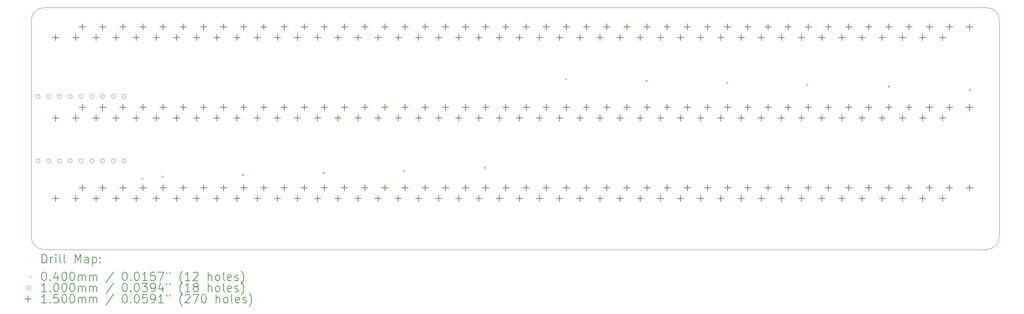
<source format=gbr>
%TF.GenerationSoftware,KiCad,Pcbnew,7.0.7*%
%TF.CreationDate,2023-09-15T12:25:27+10:00*%
%TF.ProjectId,fuckit,6675636b-6974-42e6-9b69-6361645f7063,rev?*%
%TF.SameCoordinates,Original*%
%TF.FileFunction,Drillmap*%
%TF.FilePolarity,Positive*%
%FSLAX45Y45*%
G04 Gerber Fmt 4.5, Leading zero omitted, Abs format (unit mm)*
G04 Created by KiCad (PCBNEW 7.0.7) date 2023-09-15 12:25:27*
%MOMM*%
%LPD*%
G01*
G04 APERTURE LIST*
%ADD10C,0.100000*%
%ADD11C,0.200000*%
%ADD12C,0.040000*%
%ADD13C,0.150000*%
G04 APERTURE END LIST*
D10*
X24834516Y-1867660D02*
X24834516Y-6992596D01*
X24534516Y-7292596D02*
X2264536Y-7292596D01*
X2264536Y-1567660D02*
X24534516Y-1567660D01*
X24534516Y-7292596D02*
G75*
G03*
X24834516Y-6992596I4J299996D01*
G01*
X2264536Y-1567660D02*
G75*
G03*
X1964536Y-1867660I0J-300000D01*
G01*
X1964536Y-6992596D02*
G75*
G03*
X2264536Y-7292596I300000J-1D01*
G01*
X1964536Y-6992596D02*
X1964536Y-1867660D01*
X24834510Y-1867660D02*
G75*
G03*
X24534516Y-1567660I-299990J10D01*
G01*
D11*
D12*
X4563918Y-5590276D02*
X4603918Y-5630276D01*
X4603918Y-5590276D02*
X4563918Y-5630276D01*
X5044756Y-5545276D02*
X5084756Y-5585276D01*
X5084756Y-5545276D02*
X5044756Y-5585276D01*
X6945174Y-5506498D02*
X6985174Y-5546498D01*
X6985174Y-5506498D02*
X6945174Y-5546498D01*
X8850179Y-5455276D02*
X8890179Y-5495276D01*
X8890179Y-5455276D02*
X8850179Y-5495276D01*
X10755183Y-5410276D02*
X10795183Y-5450276D01*
X10795183Y-5410276D02*
X10755183Y-5450276D01*
X12660188Y-5337826D02*
X12700188Y-5377826D01*
X12700188Y-5337826D02*
X12660188Y-5377826D01*
X14569756Y-3236153D02*
X14609756Y-3276153D01*
X14609756Y-3236153D02*
X14569756Y-3276153D01*
X16474756Y-3281153D02*
X16514756Y-3321153D01*
X16514756Y-3281153D02*
X16474756Y-3321153D01*
X18379756Y-3326153D02*
X18419756Y-3366153D01*
X18419756Y-3326153D02*
X18379756Y-3366153D01*
X20280207Y-3371153D02*
X20320207Y-3411153D01*
X20320207Y-3371153D02*
X20280207Y-3411153D01*
X22195134Y-3412977D02*
X22235134Y-3452977D01*
X22235134Y-3412977D02*
X22195134Y-3452977D01*
X24110061Y-3492353D02*
X24150061Y-3532353D01*
X24150061Y-3492353D02*
X24110061Y-3532353D01*
D10*
X2173287Y-3671103D02*
G75*
G03*
X2173287Y-3671103I-50000J0D01*
G01*
X2173287Y-5195103D02*
G75*
G03*
X2173287Y-5195103I-50000J0D01*
G01*
X2427287Y-3671103D02*
G75*
G03*
X2427287Y-3671103I-50000J0D01*
G01*
X2427287Y-5195103D02*
G75*
G03*
X2427287Y-5195103I-50000J0D01*
G01*
X2681287Y-3671103D02*
G75*
G03*
X2681287Y-3671103I-50000J0D01*
G01*
X2681287Y-5195103D02*
G75*
G03*
X2681287Y-5195103I-50000J0D01*
G01*
X2935287Y-3671103D02*
G75*
G03*
X2935287Y-3671103I-50000J0D01*
G01*
X2935287Y-5195103D02*
G75*
G03*
X2935287Y-5195103I-50000J0D01*
G01*
X3189287Y-3671103D02*
G75*
G03*
X3189287Y-3671103I-50000J0D01*
G01*
X3189287Y-5195103D02*
G75*
G03*
X3189287Y-5195103I-50000J0D01*
G01*
X3443287Y-3671103D02*
G75*
G03*
X3443287Y-3671103I-50000J0D01*
G01*
X3443287Y-5195103D02*
G75*
G03*
X3443287Y-5195103I-50000J0D01*
G01*
X3697287Y-3671103D02*
G75*
G03*
X3697287Y-3671103I-50000J0D01*
G01*
X3697287Y-5195103D02*
G75*
G03*
X3697287Y-5195103I-50000J0D01*
G01*
X3951287Y-3671103D02*
G75*
G03*
X3951287Y-3671103I-50000J0D01*
G01*
X3951287Y-5195103D02*
G75*
G03*
X3951287Y-5195103I-50000J0D01*
G01*
X4205287Y-3671103D02*
G75*
G03*
X4205287Y-3671103I-50000J0D01*
G01*
X4205287Y-5195103D02*
G75*
G03*
X4205287Y-5195103I-50000J0D01*
G01*
D13*
X2540006Y-2197115D02*
X2540006Y-2347115D01*
X2465006Y-2272115D02*
X2615006Y-2272115D01*
X2540006Y-4102115D02*
X2540006Y-4252115D01*
X2465006Y-4177115D02*
X2615006Y-4177115D01*
X2540006Y-6007115D02*
X2540006Y-6157115D01*
X2465006Y-6082115D02*
X2615006Y-6082115D01*
X3016256Y-2197115D02*
X3016256Y-2347115D01*
X2941256Y-2272115D02*
X3091256Y-2272115D01*
X3016256Y-4102115D02*
X3016256Y-4252115D01*
X2941256Y-4177115D02*
X3091256Y-4177115D01*
X3016256Y-6007115D02*
X3016256Y-6157115D01*
X2941256Y-6082115D02*
X3091256Y-6082115D01*
X3175006Y-1943115D02*
X3175006Y-2093115D01*
X3100006Y-2018115D02*
X3250006Y-2018115D01*
X3175006Y-3848115D02*
X3175006Y-3998115D01*
X3100006Y-3923115D02*
X3250006Y-3923115D01*
X3175006Y-5753115D02*
X3175006Y-5903115D01*
X3100006Y-5828115D02*
X3250006Y-5828115D01*
X3492506Y-2197115D02*
X3492506Y-2347115D01*
X3417506Y-2272115D02*
X3567506Y-2272115D01*
X3492506Y-4102115D02*
X3492506Y-4252115D01*
X3417506Y-4177115D02*
X3567506Y-4177115D01*
X3492506Y-6007115D02*
X3492506Y-6157115D01*
X3417506Y-6082115D02*
X3567506Y-6082115D01*
X3651256Y-1943115D02*
X3651256Y-2093115D01*
X3576256Y-2018115D02*
X3726256Y-2018115D01*
X3651256Y-3848115D02*
X3651256Y-3998115D01*
X3576256Y-3923115D02*
X3726256Y-3923115D01*
X3651256Y-5753115D02*
X3651256Y-5903115D01*
X3576256Y-5828115D02*
X3726256Y-5828115D01*
X3968756Y-2197115D02*
X3968756Y-2347115D01*
X3893756Y-2272115D02*
X4043756Y-2272115D01*
X3968756Y-4102115D02*
X3968756Y-4252115D01*
X3893756Y-4177115D02*
X4043756Y-4177115D01*
X3968756Y-6007115D02*
X3968756Y-6157115D01*
X3893756Y-6082115D02*
X4043756Y-6082115D01*
X4127506Y-1943115D02*
X4127506Y-2093115D01*
X4052506Y-2018115D02*
X4202506Y-2018115D01*
X4127506Y-3848115D02*
X4127506Y-3998115D01*
X4052506Y-3923115D02*
X4202506Y-3923115D01*
X4127506Y-5753115D02*
X4127506Y-5903115D01*
X4052506Y-5828115D02*
X4202506Y-5828115D01*
X4445006Y-2197115D02*
X4445006Y-2347115D01*
X4370006Y-2272115D02*
X4520006Y-2272115D01*
X4445006Y-4102115D02*
X4445006Y-4252115D01*
X4370006Y-4177115D02*
X4520006Y-4177115D01*
X4445006Y-6007115D02*
X4445006Y-6157115D01*
X4370006Y-6082115D02*
X4520006Y-6082115D01*
X4603756Y-1943115D02*
X4603756Y-2093115D01*
X4528756Y-2018115D02*
X4678756Y-2018115D01*
X4603756Y-3848115D02*
X4603756Y-3998115D01*
X4528756Y-3923115D02*
X4678756Y-3923115D01*
X4603756Y-5753115D02*
X4603756Y-5903115D01*
X4528756Y-5828115D02*
X4678756Y-5828115D01*
X4921256Y-2197115D02*
X4921256Y-2347115D01*
X4846256Y-2272115D02*
X4996256Y-2272115D01*
X4921256Y-4102115D02*
X4921256Y-4252115D01*
X4846256Y-4177115D02*
X4996256Y-4177115D01*
X4921256Y-6007115D02*
X4921256Y-6157115D01*
X4846256Y-6082115D02*
X4996256Y-6082115D01*
X5080006Y-1943115D02*
X5080006Y-2093115D01*
X5005006Y-2018115D02*
X5155006Y-2018115D01*
X5080006Y-3848115D02*
X5080006Y-3998115D01*
X5005006Y-3923115D02*
X5155006Y-3923115D01*
X5080006Y-5753115D02*
X5080006Y-5903115D01*
X5005006Y-5828115D02*
X5155006Y-5828115D01*
X5397506Y-2197115D02*
X5397506Y-2347115D01*
X5322506Y-2272115D02*
X5472506Y-2272115D01*
X5397506Y-4102115D02*
X5397506Y-4252115D01*
X5322506Y-4177115D02*
X5472506Y-4177115D01*
X5397506Y-6007115D02*
X5397506Y-6157115D01*
X5322506Y-6082115D02*
X5472506Y-6082115D01*
X5556256Y-1943115D02*
X5556256Y-2093115D01*
X5481256Y-2018115D02*
X5631256Y-2018115D01*
X5556256Y-3848115D02*
X5556256Y-3998115D01*
X5481256Y-3923115D02*
X5631256Y-3923115D01*
X5556256Y-5753115D02*
X5556256Y-5903115D01*
X5481256Y-5828115D02*
X5631256Y-5828115D01*
X5873756Y-2197115D02*
X5873756Y-2347115D01*
X5798756Y-2272115D02*
X5948756Y-2272115D01*
X5873756Y-4102115D02*
X5873756Y-4252115D01*
X5798756Y-4177115D02*
X5948756Y-4177115D01*
X5873756Y-6007115D02*
X5873756Y-6157115D01*
X5798756Y-6082115D02*
X5948756Y-6082115D01*
X6032506Y-1943115D02*
X6032506Y-2093115D01*
X5957506Y-2018115D02*
X6107506Y-2018115D01*
X6032506Y-3848115D02*
X6032506Y-3998115D01*
X5957506Y-3923115D02*
X6107506Y-3923115D01*
X6032506Y-5753115D02*
X6032506Y-5903115D01*
X5957506Y-5828115D02*
X6107506Y-5828115D01*
X6350006Y-2197115D02*
X6350006Y-2347115D01*
X6275006Y-2272115D02*
X6425006Y-2272115D01*
X6350006Y-4102115D02*
X6350006Y-4252115D01*
X6275006Y-4177115D02*
X6425006Y-4177115D01*
X6350006Y-6007115D02*
X6350006Y-6157115D01*
X6275006Y-6082115D02*
X6425006Y-6082115D01*
X6508756Y-1943115D02*
X6508756Y-2093115D01*
X6433756Y-2018115D02*
X6583756Y-2018115D01*
X6508756Y-3848115D02*
X6508756Y-3998115D01*
X6433756Y-3923115D02*
X6583756Y-3923115D01*
X6508756Y-5753115D02*
X6508756Y-5903115D01*
X6433756Y-5828115D02*
X6583756Y-5828115D01*
X6826256Y-2197115D02*
X6826256Y-2347115D01*
X6751256Y-2272115D02*
X6901256Y-2272115D01*
X6826256Y-4102115D02*
X6826256Y-4252115D01*
X6751256Y-4177115D02*
X6901256Y-4177115D01*
X6826256Y-6007115D02*
X6826256Y-6157115D01*
X6751256Y-6082115D02*
X6901256Y-6082115D01*
X6985006Y-1943115D02*
X6985006Y-2093115D01*
X6910006Y-2018115D02*
X7060006Y-2018115D01*
X6985006Y-3848115D02*
X6985006Y-3998115D01*
X6910006Y-3923115D02*
X7060006Y-3923115D01*
X6985006Y-5753115D02*
X6985006Y-5903115D01*
X6910006Y-5828115D02*
X7060006Y-5828115D01*
X7302506Y-2197115D02*
X7302506Y-2347115D01*
X7227506Y-2272115D02*
X7377506Y-2272115D01*
X7302506Y-4102115D02*
X7302506Y-4252115D01*
X7227506Y-4177115D02*
X7377506Y-4177115D01*
X7302506Y-6007115D02*
X7302506Y-6157115D01*
X7227506Y-6082115D02*
X7377506Y-6082115D01*
X7461256Y-1943115D02*
X7461256Y-2093115D01*
X7386256Y-2018115D02*
X7536256Y-2018115D01*
X7461256Y-3848115D02*
X7461256Y-3998115D01*
X7386256Y-3923115D02*
X7536256Y-3923115D01*
X7461256Y-5753115D02*
X7461256Y-5903115D01*
X7386256Y-5828115D02*
X7536256Y-5828115D01*
X7778756Y-2197115D02*
X7778756Y-2347115D01*
X7703756Y-2272115D02*
X7853756Y-2272115D01*
X7778756Y-4102115D02*
X7778756Y-4252115D01*
X7703756Y-4177115D02*
X7853756Y-4177115D01*
X7778756Y-6007115D02*
X7778756Y-6157115D01*
X7703756Y-6082115D02*
X7853756Y-6082115D01*
X7937506Y-1943115D02*
X7937506Y-2093115D01*
X7862506Y-2018115D02*
X8012506Y-2018115D01*
X7937506Y-3848115D02*
X7937506Y-3998115D01*
X7862506Y-3923115D02*
X8012506Y-3923115D01*
X7937506Y-5753115D02*
X7937506Y-5903115D01*
X7862506Y-5828115D02*
X8012506Y-5828115D01*
X8255006Y-2197115D02*
X8255006Y-2347115D01*
X8180006Y-2272115D02*
X8330006Y-2272115D01*
X8255006Y-4102115D02*
X8255006Y-4252115D01*
X8180006Y-4177115D02*
X8330006Y-4177115D01*
X8255006Y-6007115D02*
X8255006Y-6157115D01*
X8180006Y-6082115D02*
X8330006Y-6082115D01*
X8413756Y-1943115D02*
X8413756Y-2093115D01*
X8338756Y-2018115D02*
X8488756Y-2018115D01*
X8413756Y-3848115D02*
X8413756Y-3998115D01*
X8338756Y-3923115D02*
X8488756Y-3923115D01*
X8413756Y-5753115D02*
X8413756Y-5903115D01*
X8338756Y-5828115D02*
X8488756Y-5828115D01*
X8731256Y-2197115D02*
X8731256Y-2347115D01*
X8656256Y-2272115D02*
X8806256Y-2272115D01*
X8731256Y-4102115D02*
X8731256Y-4252115D01*
X8656256Y-4177115D02*
X8806256Y-4177115D01*
X8731256Y-6007115D02*
X8731256Y-6157115D01*
X8656256Y-6082115D02*
X8806256Y-6082115D01*
X8890006Y-1943115D02*
X8890006Y-2093115D01*
X8815006Y-2018115D02*
X8965006Y-2018115D01*
X8890006Y-3848115D02*
X8890006Y-3998115D01*
X8815006Y-3923115D02*
X8965006Y-3923115D01*
X8890006Y-5753115D02*
X8890006Y-5903115D01*
X8815006Y-5828115D02*
X8965006Y-5828115D01*
X9207506Y-2197115D02*
X9207506Y-2347115D01*
X9132506Y-2272115D02*
X9282506Y-2272115D01*
X9207506Y-4102115D02*
X9207506Y-4252115D01*
X9132506Y-4177115D02*
X9282506Y-4177115D01*
X9207506Y-6007115D02*
X9207506Y-6157115D01*
X9132506Y-6082115D02*
X9282506Y-6082115D01*
X9366256Y-1943115D02*
X9366256Y-2093115D01*
X9291256Y-2018115D02*
X9441256Y-2018115D01*
X9366256Y-3848115D02*
X9366256Y-3998115D01*
X9291256Y-3923115D02*
X9441256Y-3923115D01*
X9366256Y-5753115D02*
X9366256Y-5903115D01*
X9291256Y-5828115D02*
X9441256Y-5828115D01*
X9683756Y-2197115D02*
X9683756Y-2347115D01*
X9608756Y-2272115D02*
X9758756Y-2272115D01*
X9683756Y-4102115D02*
X9683756Y-4252115D01*
X9608756Y-4177115D02*
X9758756Y-4177115D01*
X9683756Y-6007115D02*
X9683756Y-6157115D01*
X9608756Y-6082115D02*
X9758756Y-6082115D01*
X9842506Y-1943115D02*
X9842506Y-2093115D01*
X9767506Y-2018115D02*
X9917506Y-2018115D01*
X9842506Y-3848115D02*
X9842506Y-3998115D01*
X9767506Y-3923115D02*
X9917506Y-3923115D01*
X9842506Y-5753115D02*
X9842506Y-5903115D01*
X9767506Y-5828115D02*
X9917506Y-5828115D01*
X10160006Y-2197115D02*
X10160006Y-2347115D01*
X10085006Y-2272115D02*
X10235006Y-2272115D01*
X10160006Y-4102115D02*
X10160006Y-4252115D01*
X10085006Y-4177115D02*
X10235006Y-4177115D01*
X10160006Y-6007115D02*
X10160006Y-6157115D01*
X10085006Y-6082115D02*
X10235006Y-6082115D01*
X10318756Y-1943115D02*
X10318756Y-2093115D01*
X10243756Y-2018115D02*
X10393756Y-2018115D01*
X10318756Y-3848115D02*
X10318756Y-3998115D01*
X10243756Y-3923115D02*
X10393756Y-3923115D01*
X10318756Y-5753115D02*
X10318756Y-5903115D01*
X10243756Y-5828115D02*
X10393756Y-5828115D01*
X10636256Y-2197115D02*
X10636256Y-2347115D01*
X10561256Y-2272115D02*
X10711256Y-2272115D01*
X10636256Y-4102115D02*
X10636256Y-4252115D01*
X10561256Y-4177115D02*
X10711256Y-4177115D01*
X10636256Y-6007115D02*
X10636256Y-6157115D01*
X10561256Y-6082115D02*
X10711256Y-6082115D01*
X10795006Y-1943115D02*
X10795006Y-2093115D01*
X10720006Y-2018115D02*
X10870006Y-2018115D01*
X10795006Y-3848115D02*
X10795006Y-3998115D01*
X10720006Y-3923115D02*
X10870006Y-3923115D01*
X10795006Y-5753115D02*
X10795006Y-5903115D01*
X10720006Y-5828115D02*
X10870006Y-5828115D01*
X11112506Y-2197115D02*
X11112506Y-2347115D01*
X11037506Y-2272115D02*
X11187506Y-2272115D01*
X11112506Y-4102115D02*
X11112506Y-4252115D01*
X11037506Y-4177115D02*
X11187506Y-4177115D01*
X11112506Y-6007115D02*
X11112506Y-6157115D01*
X11037506Y-6082115D02*
X11187506Y-6082115D01*
X11271256Y-1943115D02*
X11271256Y-2093115D01*
X11196256Y-2018115D02*
X11346256Y-2018115D01*
X11271256Y-3848115D02*
X11271256Y-3998115D01*
X11196256Y-3923115D02*
X11346256Y-3923115D01*
X11271256Y-5753115D02*
X11271256Y-5903115D01*
X11196256Y-5828115D02*
X11346256Y-5828115D01*
X11588756Y-2197115D02*
X11588756Y-2347115D01*
X11513756Y-2272115D02*
X11663756Y-2272115D01*
X11588756Y-4102115D02*
X11588756Y-4252115D01*
X11513756Y-4177115D02*
X11663756Y-4177115D01*
X11588756Y-6007115D02*
X11588756Y-6157115D01*
X11513756Y-6082115D02*
X11663756Y-6082115D01*
X11747506Y-1943115D02*
X11747506Y-2093115D01*
X11672506Y-2018115D02*
X11822506Y-2018115D01*
X11747506Y-3848115D02*
X11747506Y-3998115D01*
X11672506Y-3923115D02*
X11822506Y-3923115D01*
X11747506Y-5753115D02*
X11747506Y-5903115D01*
X11672506Y-5828115D02*
X11822506Y-5828115D01*
X12065006Y-2197115D02*
X12065006Y-2347115D01*
X11990006Y-2272115D02*
X12140006Y-2272115D01*
X12065006Y-4102115D02*
X12065006Y-4252115D01*
X11990006Y-4177115D02*
X12140006Y-4177115D01*
X12065006Y-6007115D02*
X12065006Y-6157115D01*
X11990006Y-6082115D02*
X12140006Y-6082115D01*
X12223756Y-1943115D02*
X12223756Y-2093115D01*
X12148756Y-2018115D02*
X12298756Y-2018115D01*
X12223756Y-3848115D02*
X12223756Y-3998115D01*
X12148756Y-3923115D02*
X12298756Y-3923115D01*
X12223756Y-5753115D02*
X12223756Y-5903115D01*
X12148756Y-5828115D02*
X12298756Y-5828115D01*
X12541256Y-2197115D02*
X12541256Y-2347115D01*
X12466256Y-2272115D02*
X12616256Y-2272115D01*
X12541256Y-4102115D02*
X12541256Y-4252115D01*
X12466256Y-4177115D02*
X12616256Y-4177115D01*
X12541256Y-6007115D02*
X12541256Y-6157115D01*
X12466256Y-6082115D02*
X12616256Y-6082115D01*
X12700006Y-1943115D02*
X12700006Y-2093115D01*
X12625006Y-2018115D02*
X12775006Y-2018115D01*
X12700006Y-3848115D02*
X12700006Y-3998115D01*
X12625006Y-3923115D02*
X12775006Y-3923115D01*
X12700006Y-5753115D02*
X12700006Y-5903115D01*
X12625006Y-5828115D02*
X12775006Y-5828115D01*
X13017506Y-2197115D02*
X13017506Y-2347115D01*
X12942506Y-2272115D02*
X13092506Y-2272115D01*
X13017506Y-4102115D02*
X13017506Y-4252115D01*
X12942506Y-4177115D02*
X13092506Y-4177115D01*
X13017506Y-6007115D02*
X13017506Y-6157115D01*
X12942506Y-6082115D02*
X13092506Y-6082115D01*
X13176256Y-1943115D02*
X13176256Y-2093115D01*
X13101256Y-2018115D02*
X13251256Y-2018115D01*
X13176256Y-3848115D02*
X13176256Y-3998115D01*
X13101256Y-3923115D02*
X13251256Y-3923115D01*
X13176256Y-5753115D02*
X13176256Y-5903115D01*
X13101256Y-5828115D02*
X13251256Y-5828115D01*
X13493756Y-2197115D02*
X13493756Y-2347115D01*
X13418756Y-2272115D02*
X13568756Y-2272115D01*
X13493756Y-4102115D02*
X13493756Y-4252115D01*
X13418756Y-4177115D02*
X13568756Y-4177115D01*
X13493756Y-6007115D02*
X13493756Y-6157115D01*
X13418756Y-6082115D02*
X13568756Y-6082115D01*
X13652506Y-1943115D02*
X13652506Y-2093115D01*
X13577506Y-2018115D02*
X13727506Y-2018115D01*
X13652506Y-3848115D02*
X13652506Y-3998115D01*
X13577506Y-3923115D02*
X13727506Y-3923115D01*
X13652506Y-5753115D02*
X13652506Y-5903115D01*
X13577506Y-5828115D02*
X13727506Y-5828115D01*
X13970006Y-2197115D02*
X13970006Y-2347115D01*
X13895006Y-2272115D02*
X14045006Y-2272115D01*
X13970006Y-4102115D02*
X13970006Y-4252115D01*
X13895006Y-4177115D02*
X14045006Y-4177115D01*
X13970006Y-6007115D02*
X13970006Y-6157115D01*
X13895006Y-6082115D02*
X14045006Y-6082115D01*
X14128756Y-1943115D02*
X14128756Y-2093115D01*
X14053756Y-2018115D02*
X14203756Y-2018115D01*
X14128756Y-3848115D02*
X14128756Y-3998115D01*
X14053756Y-3923115D02*
X14203756Y-3923115D01*
X14128756Y-5753115D02*
X14128756Y-5903115D01*
X14053756Y-5828115D02*
X14203756Y-5828115D01*
X14446256Y-2197115D02*
X14446256Y-2347115D01*
X14371256Y-2272115D02*
X14521256Y-2272115D01*
X14446256Y-4102115D02*
X14446256Y-4252115D01*
X14371256Y-4177115D02*
X14521256Y-4177115D01*
X14446256Y-6007115D02*
X14446256Y-6157115D01*
X14371256Y-6082115D02*
X14521256Y-6082115D01*
X14605006Y-1943115D02*
X14605006Y-2093115D01*
X14530006Y-2018115D02*
X14680006Y-2018115D01*
X14605006Y-3848115D02*
X14605006Y-3998115D01*
X14530006Y-3923115D02*
X14680006Y-3923115D01*
X14605006Y-5753115D02*
X14605006Y-5903115D01*
X14530006Y-5828115D02*
X14680006Y-5828115D01*
X14922506Y-2197115D02*
X14922506Y-2347115D01*
X14847506Y-2272115D02*
X14997506Y-2272115D01*
X14922506Y-4102115D02*
X14922506Y-4252115D01*
X14847506Y-4177115D02*
X14997506Y-4177115D01*
X14922506Y-6007115D02*
X14922506Y-6157115D01*
X14847506Y-6082115D02*
X14997506Y-6082115D01*
X15081256Y-1943115D02*
X15081256Y-2093115D01*
X15006256Y-2018115D02*
X15156256Y-2018115D01*
X15081256Y-3848115D02*
X15081256Y-3998115D01*
X15006256Y-3923115D02*
X15156256Y-3923115D01*
X15081256Y-5753115D02*
X15081256Y-5903115D01*
X15006256Y-5828115D02*
X15156256Y-5828115D01*
X15398756Y-2197115D02*
X15398756Y-2347115D01*
X15323756Y-2272115D02*
X15473756Y-2272115D01*
X15398756Y-4102115D02*
X15398756Y-4252115D01*
X15323756Y-4177115D02*
X15473756Y-4177115D01*
X15398756Y-6007115D02*
X15398756Y-6157115D01*
X15323756Y-6082115D02*
X15473756Y-6082115D01*
X15557506Y-1943115D02*
X15557506Y-2093115D01*
X15482506Y-2018115D02*
X15632506Y-2018115D01*
X15557506Y-3848115D02*
X15557506Y-3998115D01*
X15482506Y-3923115D02*
X15632506Y-3923115D01*
X15557506Y-5753115D02*
X15557506Y-5903115D01*
X15482506Y-5828115D02*
X15632506Y-5828115D01*
X15875006Y-2197115D02*
X15875006Y-2347115D01*
X15800006Y-2272115D02*
X15950006Y-2272115D01*
X15875006Y-4102115D02*
X15875006Y-4252115D01*
X15800006Y-4177115D02*
X15950006Y-4177115D01*
X15875006Y-6007115D02*
X15875006Y-6157115D01*
X15800006Y-6082115D02*
X15950006Y-6082115D01*
X16033756Y-1943115D02*
X16033756Y-2093115D01*
X15958756Y-2018115D02*
X16108756Y-2018115D01*
X16033756Y-3848115D02*
X16033756Y-3998115D01*
X15958756Y-3923115D02*
X16108756Y-3923115D01*
X16033756Y-5753115D02*
X16033756Y-5903115D01*
X15958756Y-5828115D02*
X16108756Y-5828115D01*
X16351256Y-2197115D02*
X16351256Y-2347115D01*
X16276256Y-2272115D02*
X16426256Y-2272115D01*
X16351256Y-4102115D02*
X16351256Y-4252115D01*
X16276256Y-4177115D02*
X16426256Y-4177115D01*
X16351256Y-6007115D02*
X16351256Y-6157115D01*
X16276256Y-6082115D02*
X16426256Y-6082115D01*
X16510006Y-1943115D02*
X16510006Y-2093115D01*
X16435006Y-2018115D02*
X16585006Y-2018115D01*
X16510006Y-3848115D02*
X16510006Y-3998115D01*
X16435006Y-3923115D02*
X16585006Y-3923115D01*
X16510006Y-5753115D02*
X16510006Y-5903115D01*
X16435006Y-5828115D02*
X16585006Y-5828115D01*
X16827506Y-2197115D02*
X16827506Y-2347115D01*
X16752506Y-2272115D02*
X16902506Y-2272115D01*
X16827506Y-4102115D02*
X16827506Y-4252115D01*
X16752506Y-4177115D02*
X16902506Y-4177115D01*
X16827506Y-6007115D02*
X16827506Y-6157115D01*
X16752506Y-6082115D02*
X16902506Y-6082115D01*
X16986256Y-1943115D02*
X16986256Y-2093115D01*
X16911256Y-2018115D02*
X17061256Y-2018115D01*
X16986256Y-3848115D02*
X16986256Y-3998115D01*
X16911256Y-3923115D02*
X17061256Y-3923115D01*
X16986256Y-5753115D02*
X16986256Y-5903115D01*
X16911256Y-5828115D02*
X17061256Y-5828115D01*
X17303756Y-2197115D02*
X17303756Y-2347115D01*
X17228756Y-2272115D02*
X17378756Y-2272115D01*
X17303756Y-4102115D02*
X17303756Y-4252115D01*
X17228756Y-4177115D02*
X17378756Y-4177115D01*
X17303756Y-6007115D02*
X17303756Y-6157115D01*
X17228756Y-6082115D02*
X17378756Y-6082115D01*
X17462506Y-1943115D02*
X17462506Y-2093115D01*
X17387506Y-2018115D02*
X17537506Y-2018115D01*
X17462506Y-3848115D02*
X17462506Y-3998115D01*
X17387506Y-3923115D02*
X17537506Y-3923115D01*
X17462506Y-5753115D02*
X17462506Y-5903115D01*
X17387506Y-5828115D02*
X17537506Y-5828115D01*
X17780006Y-2197115D02*
X17780006Y-2347115D01*
X17705006Y-2272115D02*
X17855006Y-2272115D01*
X17780006Y-4102115D02*
X17780006Y-4252115D01*
X17705006Y-4177115D02*
X17855006Y-4177115D01*
X17780006Y-6007115D02*
X17780006Y-6157115D01*
X17705006Y-6082115D02*
X17855006Y-6082115D01*
X17938756Y-1943115D02*
X17938756Y-2093115D01*
X17863756Y-2018115D02*
X18013756Y-2018115D01*
X17938756Y-3848115D02*
X17938756Y-3998115D01*
X17863756Y-3923115D02*
X18013756Y-3923115D01*
X17938756Y-5753115D02*
X17938756Y-5903115D01*
X17863756Y-5828115D02*
X18013756Y-5828115D01*
X18256256Y-2197115D02*
X18256256Y-2347115D01*
X18181256Y-2272115D02*
X18331256Y-2272115D01*
X18256256Y-4102115D02*
X18256256Y-4252115D01*
X18181256Y-4177115D02*
X18331256Y-4177115D01*
X18256256Y-6007115D02*
X18256256Y-6157115D01*
X18181256Y-6082115D02*
X18331256Y-6082115D01*
X18415006Y-1943115D02*
X18415006Y-2093115D01*
X18340006Y-2018115D02*
X18490006Y-2018115D01*
X18415006Y-3848115D02*
X18415006Y-3998115D01*
X18340006Y-3923115D02*
X18490006Y-3923115D01*
X18415006Y-5753115D02*
X18415006Y-5903115D01*
X18340006Y-5828115D02*
X18490006Y-5828115D01*
X18732506Y-2197115D02*
X18732506Y-2347115D01*
X18657506Y-2272115D02*
X18807506Y-2272115D01*
X18732506Y-4102115D02*
X18732506Y-4252115D01*
X18657506Y-4177115D02*
X18807506Y-4177115D01*
X18732506Y-6007115D02*
X18732506Y-6157115D01*
X18657506Y-6082115D02*
X18807506Y-6082115D01*
X18891256Y-1943115D02*
X18891256Y-2093115D01*
X18816256Y-2018115D02*
X18966256Y-2018115D01*
X18891256Y-3848115D02*
X18891256Y-3998115D01*
X18816256Y-3923115D02*
X18966256Y-3923115D01*
X18891256Y-5753115D02*
X18891256Y-5903115D01*
X18816256Y-5828115D02*
X18966256Y-5828115D01*
X19208756Y-2197115D02*
X19208756Y-2347115D01*
X19133756Y-2272115D02*
X19283756Y-2272115D01*
X19208756Y-4102115D02*
X19208756Y-4252115D01*
X19133756Y-4177115D02*
X19283756Y-4177115D01*
X19208756Y-6007115D02*
X19208756Y-6157115D01*
X19133756Y-6082115D02*
X19283756Y-6082115D01*
X19367506Y-1943115D02*
X19367506Y-2093115D01*
X19292506Y-2018115D02*
X19442506Y-2018115D01*
X19367506Y-3848115D02*
X19367506Y-3998115D01*
X19292506Y-3923115D02*
X19442506Y-3923115D01*
X19367506Y-5753115D02*
X19367506Y-5903115D01*
X19292506Y-5828115D02*
X19442506Y-5828115D01*
X19685006Y-2197115D02*
X19685006Y-2347115D01*
X19610006Y-2272115D02*
X19760006Y-2272115D01*
X19685006Y-4102115D02*
X19685006Y-4252115D01*
X19610006Y-4177115D02*
X19760006Y-4177115D01*
X19685006Y-6007115D02*
X19685006Y-6157115D01*
X19610006Y-6082115D02*
X19760006Y-6082115D01*
X19843756Y-1943115D02*
X19843756Y-2093115D01*
X19768756Y-2018115D02*
X19918756Y-2018115D01*
X19843756Y-3848115D02*
X19843756Y-3998115D01*
X19768756Y-3923115D02*
X19918756Y-3923115D01*
X19843756Y-5753115D02*
X19843756Y-5903115D01*
X19768756Y-5828115D02*
X19918756Y-5828115D01*
X20161256Y-2197115D02*
X20161256Y-2347115D01*
X20086256Y-2272115D02*
X20236256Y-2272115D01*
X20161256Y-4102115D02*
X20161256Y-4252115D01*
X20086256Y-4177115D02*
X20236256Y-4177115D01*
X20161256Y-6007115D02*
X20161256Y-6157115D01*
X20086256Y-6082115D02*
X20236256Y-6082115D01*
X20320006Y-1943115D02*
X20320006Y-2093115D01*
X20245006Y-2018115D02*
X20395006Y-2018115D01*
X20320006Y-3848115D02*
X20320006Y-3998115D01*
X20245006Y-3923115D02*
X20395006Y-3923115D01*
X20320006Y-5753115D02*
X20320006Y-5903115D01*
X20245006Y-5828115D02*
X20395006Y-5828115D01*
X20637506Y-2197115D02*
X20637506Y-2347115D01*
X20562506Y-2272115D02*
X20712506Y-2272115D01*
X20637506Y-4102115D02*
X20637506Y-4252115D01*
X20562506Y-4177115D02*
X20712506Y-4177115D01*
X20637506Y-6007115D02*
X20637506Y-6157115D01*
X20562506Y-6082115D02*
X20712506Y-6082115D01*
X20796256Y-1943115D02*
X20796256Y-2093115D01*
X20721256Y-2018115D02*
X20871256Y-2018115D01*
X20796256Y-3848115D02*
X20796256Y-3998115D01*
X20721256Y-3923115D02*
X20871256Y-3923115D01*
X20796256Y-5753115D02*
X20796256Y-5903115D01*
X20721256Y-5828115D02*
X20871256Y-5828115D01*
X21113756Y-2197115D02*
X21113756Y-2347115D01*
X21038756Y-2272115D02*
X21188756Y-2272115D01*
X21113756Y-4102115D02*
X21113756Y-4252115D01*
X21038756Y-4177115D02*
X21188756Y-4177115D01*
X21113756Y-6007115D02*
X21113756Y-6157115D01*
X21038756Y-6082115D02*
X21188756Y-6082115D01*
X21272506Y-1943115D02*
X21272506Y-2093115D01*
X21197506Y-2018115D02*
X21347506Y-2018115D01*
X21272506Y-3848115D02*
X21272506Y-3998115D01*
X21197506Y-3923115D02*
X21347506Y-3923115D01*
X21272506Y-5753115D02*
X21272506Y-5903115D01*
X21197506Y-5828115D02*
X21347506Y-5828115D01*
X21590006Y-2197115D02*
X21590006Y-2347115D01*
X21515006Y-2272115D02*
X21665006Y-2272115D01*
X21590006Y-4102115D02*
X21590006Y-4252115D01*
X21515006Y-4177115D02*
X21665006Y-4177115D01*
X21590006Y-6007115D02*
X21590006Y-6157115D01*
X21515006Y-6082115D02*
X21665006Y-6082115D01*
X21748756Y-1943115D02*
X21748756Y-2093115D01*
X21673756Y-2018115D02*
X21823756Y-2018115D01*
X21748756Y-3848115D02*
X21748756Y-3998115D01*
X21673756Y-3923115D02*
X21823756Y-3923115D01*
X21748756Y-5753115D02*
X21748756Y-5903115D01*
X21673756Y-5828115D02*
X21823756Y-5828115D01*
X22066256Y-2197115D02*
X22066256Y-2347115D01*
X21991256Y-2272115D02*
X22141256Y-2272115D01*
X22066256Y-4102115D02*
X22066256Y-4252115D01*
X21991256Y-4177115D02*
X22141256Y-4177115D01*
X22066256Y-6007115D02*
X22066256Y-6157115D01*
X21991256Y-6082115D02*
X22141256Y-6082115D01*
X22225006Y-1943115D02*
X22225006Y-2093115D01*
X22150006Y-2018115D02*
X22300006Y-2018115D01*
X22225006Y-3848115D02*
X22225006Y-3998115D01*
X22150006Y-3923115D02*
X22300006Y-3923115D01*
X22225006Y-5753115D02*
X22225006Y-5903115D01*
X22150006Y-5828115D02*
X22300006Y-5828115D01*
X22542506Y-2197115D02*
X22542506Y-2347115D01*
X22467506Y-2272115D02*
X22617506Y-2272115D01*
X22542506Y-4102115D02*
X22542506Y-4252115D01*
X22467506Y-4177115D02*
X22617506Y-4177115D01*
X22542506Y-6007115D02*
X22542506Y-6157115D01*
X22467506Y-6082115D02*
X22617506Y-6082115D01*
X22701256Y-1943115D02*
X22701256Y-2093115D01*
X22626256Y-2018115D02*
X22776256Y-2018115D01*
X22701256Y-3848115D02*
X22701256Y-3998115D01*
X22626256Y-3923115D02*
X22776256Y-3923115D01*
X22701256Y-5753115D02*
X22701256Y-5903115D01*
X22626256Y-5828115D02*
X22776256Y-5828115D01*
X23018756Y-2197115D02*
X23018756Y-2347115D01*
X22943756Y-2272115D02*
X23093756Y-2272115D01*
X23018756Y-4102115D02*
X23018756Y-4252115D01*
X22943756Y-4177115D02*
X23093756Y-4177115D01*
X23018756Y-6007115D02*
X23018756Y-6157115D01*
X22943756Y-6082115D02*
X23093756Y-6082115D01*
X23177506Y-1943115D02*
X23177506Y-2093115D01*
X23102506Y-2018115D02*
X23252506Y-2018115D01*
X23177506Y-3848115D02*
X23177506Y-3998115D01*
X23102506Y-3923115D02*
X23252506Y-3923115D01*
X23177506Y-5753115D02*
X23177506Y-5903115D01*
X23102506Y-5828115D02*
X23252506Y-5828115D01*
X23495006Y-2197115D02*
X23495006Y-2347115D01*
X23420006Y-2272115D02*
X23570006Y-2272115D01*
X23495006Y-4102115D02*
X23495006Y-4252115D01*
X23420006Y-4177115D02*
X23570006Y-4177115D01*
X23495006Y-6007115D02*
X23495006Y-6157115D01*
X23420006Y-6082115D02*
X23570006Y-6082115D01*
X23653756Y-1943115D02*
X23653756Y-2093115D01*
X23578756Y-2018115D02*
X23728756Y-2018115D01*
X23653756Y-3848115D02*
X23653756Y-3998115D01*
X23578756Y-3923115D02*
X23728756Y-3923115D01*
X23653756Y-5753115D02*
X23653756Y-5903115D01*
X23578756Y-5828115D02*
X23728756Y-5828115D01*
X24130006Y-1943115D02*
X24130006Y-2093115D01*
X24055006Y-2018115D02*
X24205006Y-2018115D01*
X24130006Y-3848115D02*
X24130006Y-3998115D01*
X24055006Y-3923115D02*
X24205006Y-3923115D01*
X24130006Y-5753115D02*
X24130006Y-5903115D01*
X24055006Y-5828115D02*
X24205006Y-5828115D01*
D11*
X2220313Y-7609080D02*
X2220313Y-7409080D01*
X2220313Y-7409080D02*
X2267932Y-7409080D01*
X2267932Y-7409080D02*
X2296504Y-7418604D01*
X2296504Y-7418604D02*
X2315551Y-7437652D01*
X2315551Y-7437652D02*
X2325075Y-7456699D01*
X2325075Y-7456699D02*
X2334599Y-7494794D01*
X2334599Y-7494794D02*
X2334599Y-7523366D01*
X2334599Y-7523366D02*
X2325075Y-7561461D01*
X2325075Y-7561461D02*
X2315551Y-7580509D01*
X2315551Y-7580509D02*
X2296504Y-7599556D01*
X2296504Y-7599556D02*
X2267932Y-7609080D01*
X2267932Y-7609080D02*
X2220313Y-7609080D01*
X2420313Y-7609080D02*
X2420313Y-7475747D01*
X2420313Y-7513842D02*
X2429837Y-7494794D01*
X2429837Y-7494794D02*
X2439361Y-7485271D01*
X2439361Y-7485271D02*
X2458408Y-7475747D01*
X2458408Y-7475747D02*
X2477456Y-7475747D01*
X2544123Y-7609080D02*
X2544123Y-7475747D01*
X2544123Y-7409080D02*
X2534599Y-7418604D01*
X2534599Y-7418604D02*
X2544123Y-7428128D01*
X2544123Y-7428128D02*
X2553646Y-7418604D01*
X2553646Y-7418604D02*
X2544123Y-7409080D01*
X2544123Y-7409080D02*
X2544123Y-7428128D01*
X2667932Y-7609080D02*
X2648884Y-7599556D01*
X2648884Y-7599556D02*
X2639361Y-7580509D01*
X2639361Y-7580509D02*
X2639361Y-7409080D01*
X2772694Y-7609080D02*
X2753646Y-7599556D01*
X2753646Y-7599556D02*
X2744123Y-7580509D01*
X2744123Y-7580509D02*
X2744123Y-7409080D01*
X3001265Y-7609080D02*
X3001265Y-7409080D01*
X3001265Y-7409080D02*
X3067932Y-7551937D01*
X3067932Y-7551937D02*
X3134599Y-7409080D01*
X3134599Y-7409080D02*
X3134599Y-7609080D01*
X3315551Y-7609080D02*
X3315551Y-7504318D01*
X3315551Y-7504318D02*
X3306027Y-7485271D01*
X3306027Y-7485271D02*
X3286980Y-7475747D01*
X3286980Y-7475747D02*
X3248884Y-7475747D01*
X3248884Y-7475747D02*
X3229837Y-7485271D01*
X3315551Y-7599556D02*
X3296503Y-7609080D01*
X3296503Y-7609080D02*
X3248884Y-7609080D01*
X3248884Y-7609080D02*
X3229837Y-7599556D01*
X3229837Y-7599556D02*
X3220313Y-7580509D01*
X3220313Y-7580509D02*
X3220313Y-7561461D01*
X3220313Y-7561461D02*
X3229837Y-7542414D01*
X3229837Y-7542414D02*
X3248884Y-7532890D01*
X3248884Y-7532890D02*
X3296503Y-7532890D01*
X3296503Y-7532890D02*
X3315551Y-7523366D01*
X3410789Y-7475747D02*
X3410789Y-7675747D01*
X3410789Y-7485271D02*
X3429837Y-7475747D01*
X3429837Y-7475747D02*
X3467932Y-7475747D01*
X3467932Y-7475747D02*
X3486980Y-7485271D01*
X3486980Y-7485271D02*
X3496503Y-7494794D01*
X3496503Y-7494794D02*
X3506027Y-7513842D01*
X3506027Y-7513842D02*
X3506027Y-7570985D01*
X3506027Y-7570985D02*
X3496503Y-7590033D01*
X3496503Y-7590033D02*
X3486980Y-7599556D01*
X3486980Y-7599556D02*
X3467932Y-7609080D01*
X3467932Y-7609080D02*
X3429837Y-7609080D01*
X3429837Y-7609080D02*
X3410789Y-7599556D01*
X3591742Y-7590033D02*
X3601265Y-7599556D01*
X3601265Y-7599556D02*
X3591742Y-7609080D01*
X3591742Y-7609080D02*
X3582218Y-7599556D01*
X3582218Y-7599556D02*
X3591742Y-7590033D01*
X3591742Y-7590033D02*
X3591742Y-7609080D01*
X3591742Y-7485271D02*
X3601265Y-7494794D01*
X3601265Y-7494794D02*
X3591742Y-7504318D01*
X3591742Y-7504318D02*
X3582218Y-7494794D01*
X3582218Y-7494794D02*
X3591742Y-7485271D01*
X3591742Y-7485271D02*
X3591742Y-7504318D01*
D12*
X1919536Y-7917596D02*
X1959536Y-7957596D01*
X1959536Y-7917596D02*
X1919536Y-7957596D01*
D11*
X2258408Y-7829080D02*
X2277456Y-7829080D01*
X2277456Y-7829080D02*
X2296504Y-7838604D01*
X2296504Y-7838604D02*
X2306027Y-7848128D01*
X2306027Y-7848128D02*
X2315551Y-7867175D01*
X2315551Y-7867175D02*
X2325075Y-7905271D01*
X2325075Y-7905271D02*
X2325075Y-7952890D01*
X2325075Y-7952890D02*
X2315551Y-7990985D01*
X2315551Y-7990985D02*
X2306027Y-8010033D01*
X2306027Y-8010033D02*
X2296504Y-8019556D01*
X2296504Y-8019556D02*
X2277456Y-8029080D01*
X2277456Y-8029080D02*
X2258408Y-8029080D01*
X2258408Y-8029080D02*
X2239361Y-8019556D01*
X2239361Y-8019556D02*
X2229837Y-8010033D01*
X2229837Y-8010033D02*
X2220313Y-7990985D01*
X2220313Y-7990985D02*
X2210789Y-7952890D01*
X2210789Y-7952890D02*
X2210789Y-7905271D01*
X2210789Y-7905271D02*
X2220313Y-7867175D01*
X2220313Y-7867175D02*
X2229837Y-7848128D01*
X2229837Y-7848128D02*
X2239361Y-7838604D01*
X2239361Y-7838604D02*
X2258408Y-7829080D01*
X2410789Y-8010033D02*
X2420313Y-8019556D01*
X2420313Y-8019556D02*
X2410789Y-8029080D01*
X2410789Y-8029080D02*
X2401265Y-8019556D01*
X2401265Y-8019556D02*
X2410789Y-8010033D01*
X2410789Y-8010033D02*
X2410789Y-8029080D01*
X2591742Y-7895747D02*
X2591742Y-8029080D01*
X2544123Y-7819556D02*
X2496504Y-7962414D01*
X2496504Y-7962414D02*
X2620313Y-7962414D01*
X2734599Y-7829080D02*
X2753646Y-7829080D01*
X2753646Y-7829080D02*
X2772694Y-7838604D01*
X2772694Y-7838604D02*
X2782218Y-7848128D01*
X2782218Y-7848128D02*
X2791742Y-7867175D01*
X2791742Y-7867175D02*
X2801265Y-7905271D01*
X2801265Y-7905271D02*
X2801265Y-7952890D01*
X2801265Y-7952890D02*
X2791742Y-7990985D01*
X2791742Y-7990985D02*
X2782218Y-8010033D01*
X2782218Y-8010033D02*
X2772694Y-8019556D01*
X2772694Y-8019556D02*
X2753646Y-8029080D01*
X2753646Y-8029080D02*
X2734599Y-8029080D01*
X2734599Y-8029080D02*
X2715551Y-8019556D01*
X2715551Y-8019556D02*
X2706027Y-8010033D01*
X2706027Y-8010033D02*
X2696504Y-7990985D01*
X2696504Y-7990985D02*
X2686980Y-7952890D01*
X2686980Y-7952890D02*
X2686980Y-7905271D01*
X2686980Y-7905271D02*
X2696504Y-7867175D01*
X2696504Y-7867175D02*
X2706027Y-7848128D01*
X2706027Y-7848128D02*
X2715551Y-7838604D01*
X2715551Y-7838604D02*
X2734599Y-7829080D01*
X2925075Y-7829080D02*
X2944123Y-7829080D01*
X2944123Y-7829080D02*
X2963170Y-7838604D01*
X2963170Y-7838604D02*
X2972694Y-7848128D01*
X2972694Y-7848128D02*
X2982218Y-7867175D01*
X2982218Y-7867175D02*
X2991742Y-7905271D01*
X2991742Y-7905271D02*
X2991742Y-7952890D01*
X2991742Y-7952890D02*
X2982218Y-7990985D01*
X2982218Y-7990985D02*
X2972694Y-8010033D01*
X2972694Y-8010033D02*
X2963170Y-8019556D01*
X2963170Y-8019556D02*
X2944123Y-8029080D01*
X2944123Y-8029080D02*
X2925075Y-8029080D01*
X2925075Y-8029080D02*
X2906027Y-8019556D01*
X2906027Y-8019556D02*
X2896503Y-8010033D01*
X2896503Y-8010033D02*
X2886980Y-7990985D01*
X2886980Y-7990985D02*
X2877456Y-7952890D01*
X2877456Y-7952890D02*
X2877456Y-7905271D01*
X2877456Y-7905271D02*
X2886980Y-7867175D01*
X2886980Y-7867175D02*
X2896503Y-7848128D01*
X2896503Y-7848128D02*
X2906027Y-7838604D01*
X2906027Y-7838604D02*
X2925075Y-7829080D01*
X3077456Y-8029080D02*
X3077456Y-7895747D01*
X3077456Y-7914794D02*
X3086980Y-7905271D01*
X3086980Y-7905271D02*
X3106027Y-7895747D01*
X3106027Y-7895747D02*
X3134599Y-7895747D01*
X3134599Y-7895747D02*
X3153646Y-7905271D01*
X3153646Y-7905271D02*
X3163170Y-7924318D01*
X3163170Y-7924318D02*
X3163170Y-8029080D01*
X3163170Y-7924318D02*
X3172694Y-7905271D01*
X3172694Y-7905271D02*
X3191742Y-7895747D01*
X3191742Y-7895747D02*
X3220313Y-7895747D01*
X3220313Y-7895747D02*
X3239361Y-7905271D01*
X3239361Y-7905271D02*
X3248884Y-7924318D01*
X3248884Y-7924318D02*
X3248884Y-8029080D01*
X3344123Y-8029080D02*
X3344123Y-7895747D01*
X3344123Y-7914794D02*
X3353646Y-7905271D01*
X3353646Y-7905271D02*
X3372694Y-7895747D01*
X3372694Y-7895747D02*
X3401265Y-7895747D01*
X3401265Y-7895747D02*
X3420313Y-7905271D01*
X3420313Y-7905271D02*
X3429837Y-7924318D01*
X3429837Y-7924318D02*
X3429837Y-8029080D01*
X3429837Y-7924318D02*
X3439361Y-7905271D01*
X3439361Y-7905271D02*
X3458408Y-7895747D01*
X3458408Y-7895747D02*
X3486980Y-7895747D01*
X3486980Y-7895747D02*
X3506027Y-7905271D01*
X3506027Y-7905271D02*
X3515551Y-7924318D01*
X3515551Y-7924318D02*
X3515551Y-8029080D01*
X3906027Y-7819556D02*
X3734599Y-8076699D01*
X4163170Y-7829080D02*
X4182218Y-7829080D01*
X4182218Y-7829080D02*
X4201266Y-7838604D01*
X4201266Y-7838604D02*
X4210789Y-7848128D01*
X4210789Y-7848128D02*
X4220313Y-7867175D01*
X4220313Y-7867175D02*
X4229837Y-7905271D01*
X4229837Y-7905271D02*
X4229837Y-7952890D01*
X4229837Y-7952890D02*
X4220313Y-7990985D01*
X4220313Y-7990985D02*
X4210789Y-8010033D01*
X4210789Y-8010033D02*
X4201266Y-8019556D01*
X4201266Y-8019556D02*
X4182218Y-8029080D01*
X4182218Y-8029080D02*
X4163170Y-8029080D01*
X4163170Y-8029080D02*
X4144123Y-8019556D01*
X4144123Y-8019556D02*
X4134599Y-8010033D01*
X4134599Y-8010033D02*
X4125075Y-7990985D01*
X4125075Y-7990985D02*
X4115551Y-7952890D01*
X4115551Y-7952890D02*
X4115551Y-7905271D01*
X4115551Y-7905271D02*
X4125075Y-7867175D01*
X4125075Y-7867175D02*
X4134599Y-7848128D01*
X4134599Y-7848128D02*
X4144123Y-7838604D01*
X4144123Y-7838604D02*
X4163170Y-7829080D01*
X4315551Y-8010033D02*
X4325075Y-8019556D01*
X4325075Y-8019556D02*
X4315551Y-8029080D01*
X4315551Y-8029080D02*
X4306028Y-8019556D01*
X4306028Y-8019556D02*
X4315551Y-8010033D01*
X4315551Y-8010033D02*
X4315551Y-8029080D01*
X4448885Y-7829080D02*
X4467932Y-7829080D01*
X4467932Y-7829080D02*
X4486980Y-7838604D01*
X4486980Y-7838604D02*
X4496504Y-7848128D01*
X4496504Y-7848128D02*
X4506028Y-7867175D01*
X4506028Y-7867175D02*
X4515551Y-7905271D01*
X4515551Y-7905271D02*
X4515551Y-7952890D01*
X4515551Y-7952890D02*
X4506028Y-7990985D01*
X4506028Y-7990985D02*
X4496504Y-8010033D01*
X4496504Y-8010033D02*
X4486980Y-8019556D01*
X4486980Y-8019556D02*
X4467932Y-8029080D01*
X4467932Y-8029080D02*
X4448885Y-8029080D01*
X4448885Y-8029080D02*
X4429837Y-8019556D01*
X4429837Y-8019556D02*
X4420313Y-8010033D01*
X4420313Y-8010033D02*
X4410789Y-7990985D01*
X4410789Y-7990985D02*
X4401266Y-7952890D01*
X4401266Y-7952890D02*
X4401266Y-7905271D01*
X4401266Y-7905271D02*
X4410789Y-7867175D01*
X4410789Y-7867175D02*
X4420313Y-7848128D01*
X4420313Y-7848128D02*
X4429837Y-7838604D01*
X4429837Y-7838604D02*
X4448885Y-7829080D01*
X4706028Y-8029080D02*
X4591742Y-8029080D01*
X4648885Y-8029080D02*
X4648885Y-7829080D01*
X4648885Y-7829080D02*
X4629837Y-7857652D01*
X4629837Y-7857652D02*
X4610789Y-7876699D01*
X4610789Y-7876699D02*
X4591742Y-7886223D01*
X4886980Y-7829080D02*
X4791742Y-7829080D01*
X4791742Y-7829080D02*
X4782218Y-7924318D01*
X4782218Y-7924318D02*
X4791742Y-7914794D01*
X4791742Y-7914794D02*
X4810789Y-7905271D01*
X4810789Y-7905271D02*
X4858409Y-7905271D01*
X4858409Y-7905271D02*
X4877456Y-7914794D01*
X4877456Y-7914794D02*
X4886980Y-7924318D01*
X4886980Y-7924318D02*
X4896504Y-7943366D01*
X4896504Y-7943366D02*
X4896504Y-7990985D01*
X4896504Y-7990985D02*
X4886980Y-8010033D01*
X4886980Y-8010033D02*
X4877456Y-8019556D01*
X4877456Y-8019556D02*
X4858409Y-8029080D01*
X4858409Y-8029080D02*
X4810789Y-8029080D01*
X4810789Y-8029080D02*
X4791742Y-8019556D01*
X4791742Y-8019556D02*
X4782218Y-8010033D01*
X4963170Y-7829080D02*
X5096504Y-7829080D01*
X5096504Y-7829080D02*
X5010789Y-8029080D01*
X5163170Y-7829080D02*
X5163170Y-7867175D01*
X5239361Y-7829080D02*
X5239361Y-7867175D01*
X5534599Y-8105271D02*
X5525075Y-8095747D01*
X5525075Y-8095747D02*
X5506028Y-8067175D01*
X5506028Y-8067175D02*
X5496504Y-8048128D01*
X5496504Y-8048128D02*
X5486980Y-8019556D01*
X5486980Y-8019556D02*
X5477456Y-7971937D01*
X5477456Y-7971937D02*
X5477456Y-7933842D01*
X5477456Y-7933842D02*
X5486980Y-7886223D01*
X5486980Y-7886223D02*
X5496504Y-7857652D01*
X5496504Y-7857652D02*
X5506028Y-7838604D01*
X5506028Y-7838604D02*
X5525075Y-7810033D01*
X5525075Y-7810033D02*
X5534599Y-7800509D01*
X5715551Y-8029080D02*
X5601266Y-8029080D01*
X5658408Y-8029080D02*
X5658408Y-7829080D01*
X5658408Y-7829080D02*
X5639361Y-7857652D01*
X5639361Y-7857652D02*
X5620313Y-7876699D01*
X5620313Y-7876699D02*
X5601266Y-7886223D01*
X5791742Y-7848128D02*
X5801266Y-7838604D01*
X5801266Y-7838604D02*
X5820313Y-7829080D01*
X5820313Y-7829080D02*
X5867932Y-7829080D01*
X5867932Y-7829080D02*
X5886980Y-7838604D01*
X5886980Y-7838604D02*
X5896504Y-7848128D01*
X5896504Y-7848128D02*
X5906028Y-7867175D01*
X5906028Y-7867175D02*
X5906028Y-7886223D01*
X5906028Y-7886223D02*
X5896504Y-7914794D01*
X5896504Y-7914794D02*
X5782218Y-8029080D01*
X5782218Y-8029080D02*
X5906028Y-8029080D01*
X6144123Y-8029080D02*
X6144123Y-7829080D01*
X6229837Y-8029080D02*
X6229837Y-7924318D01*
X6229837Y-7924318D02*
X6220313Y-7905271D01*
X6220313Y-7905271D02*
X6201266Y-7895747D01*
X6201266Y-7895747D02*
X6172694Y-7895747D01*
X6172694Y-7895747D02*
X6153647Y-7905271D01*
X6153647Y-7905271D02*
X6144123Y-7914794D01*
X6353647Y-8029080D02*
X6334599Y-8019556D01*
X6334599Y-8019556D02*
X6325075Y-8010033D01*
X6325075Y-8010033D02*
X6315551Y-7990985D01*
X6315551Y-7990985D02*
X6315551Y-7933842D01*
X6315551Y-7933842D02*
X6325075Y-7914794D01*
X6325075Y-7914794D02*
X6334599Y-7905271D01*
X6334599Y-7905271D02*
X6353647Y-7895747D01*
X6353647Y-7895747D02*
X6382218Y-7895747D01*
X6382218Y-7895747D02*
X6401266Y-7905271D01*
X6401266Y-7905271D02*
X6410790Y-7914794D01*
X6410790Y-7914794D02*
X6420313Y-7933842D01*
X6420313Y-7933842D02*
X6420313Y-7990985D01*
X6420313Y-7990985D02*
X6410790Y-8010033D01*
X6410790Y-8010033D02*
X6401266Y-8019556D01*
X6401266Y-8019556D02*
X6382218Y-8029080D01*
X6382218Y-8029080D02*
X6353647Y-8029080D01*
X6534599Y-8029080D02*
X6515551Y-8019556D01*
X6515551Y-8019556D02*
X6506028Y-8000509D01*
X6506028Y-8000509D02*
X6506028Y-7829080D01*
X6686980Y-8019556D02*
X6667932Y-8029080D01*
X6667932Y-8029080D02*
X6629837Y-8029080D01*
X6629837Y-8029080D02*
X6610790Y-8019556D01*
X6610790Y-8019556D02*
X6601266Y-8000509D01*
X6601266Y-8000509D02*
X6601266Y-7924318D01*
X6601266Y-7924318D02*
X6610790Y-7905271D01*
X6610790Y-7905271D02*
X6629837Y-7895747D01*
X6629837Y-7895747D02*
X6667932Y-7895747D01*
X6667932Y-7895747D02*
X6686980Y-7905271D01*
X6686980Y-7905271D02*
X6696504Y-7924318D01*
X6696504Y-7924318D02*
X6696504Y-7943366D01*
X6696504Y-7943366D02*
X6601266Y-7962414D01*
X6772694Y-8019556D02*
X6791742Y-8029080D01*
X6791742Y-8029080D02*
X6829837Y-8029080D01*
X6829837Y-8029080D02*
X6848885Y-8019556D01*
X6848885Y-8019556D02*
X6858409Y-8000509D01*
X6858409Y-8000509D02*
X6858409Y-7990985D01*
X6858409Y-7990985D02*
X6848885Y-7971937D01*
X6848885Y-7971937D02*
X6829837Y-7962414D01*
X6829837Y-7962414D02*
X6801266Y-7962414D01*
X6801266Y-7962414D02*
X6782218Y-7952890D01*
X6782218Y-7952890D02*
X6772694Y-7933842D01*
X6772694Y-7933842D02*
X6772694Y-7924318D01*
X6772694Y-7924318D02*
X6782218Y-7905271D01*
X6782218Y-7905271D02*
X6801266Y-7895747D01*
X6801266Y-7895747D02*
X6829837Y-7895747D01*
X6829837Y-7895747D02*
X6848885Y-7905271D01*
X6925075Y-8105271D02*
X6934599Y-8095747D01*
X6934599Y-8095747D02*
X6953647Y-8067175D01*
X6953647Y-8067175D02*
X6963171Y-8048128D01*
X6963171Y-8048128D02*
X6972694Y-8019556D01*
X6972694Y-8019556D02*
X6982218Y-7971937D01*
X6982218Y-7971937D02*
X6982218Y-7933842D01*
X6982218Y-7933842D02*
X6972694Y-7886223D01*
X6972694Y-7886223D02*
X6963171Y-7857652D01*
X6963171Y-7857652D02*
X6953647Y-7838604D01*
X6953647Y-7838604D02*
X6934599Y-7810033D01*
X6934599Y-7810033D02*
X6925075Y-7800509D01*
D10*
X1959536Y-8201596D02*
G75*
G03*
X1959536Y-8201596I-50000J0D01*
G01*
D11*
X2325075Y-8293080D02*
X2210789Y-8293080D01*
X2267932Y-8293080D02*
X2267932Y-8093080D01*
X2267932Y-8093080D02*
X2248884Y-8121652D01*
X2248884Y-8121652D02*
X2229837Y-8140699D01*
X2229837Y-8140699D02*
X2210789Y-8150223D01*
X2410789Y-8274033D02*
X2420313Y-8283556D01*
X2420313Y-8283556D02*
X2410789Y-8293080D01*
X2410789Y-8293080D02*
X2401265Y-8283556D01*
X2401265Y-8283556D02*
X2410789Y-8274033D01*
X2410789Y-8274033D02*
X2410789Y-8293080D01*
X2544123Y-8093080D02*
X2563170Y-8093080D01*
X2563170Y-8093080D02*
X2582218Y-8102604D01*
X2582218Y-8102604D02*
X2591742Y-8112128D01*
X2591742Y-8112128D02*
X2601265Y-8131175D01*
X2601265Y-8131175D02*
X2610789Y-8169271D01*
X2610789Y-8169271D02*
X2610789Y-8216890D01*
X2610789Y-8216890D02*
X2601265Y-8254985D01*
X2601265Y-8254985D02*
X2591742Y-8274033D01*
X2591742Y-8274033D02*
X2582218Y-8283556D01*
X2582218Y-8283556D02*
X2563170Y-8293080D01*
X2563170Y-8293080D02*
X2544123Y-8293080D01*
X2544123Y-8293080D02*
X2525075Y-8283556D01*
X2525075Y-8283556D02*
X2515551Y-8274033D01*
X2515551Y-8274033D02*
X2506027Y-8254985D01*
X2506027Y-8254985D02*
X2496504Y-8216890D01*
X2496504Y-8216890D02*
X2496504Y-8169271D01*
X2496504Y-8169271D02*
X2506027Y-8131175D01*
X2506027Y-8131175D02*
X2515551Y-8112128D01*
X2515551Y-8112128D02*
X2525075Y-8102604D01*
X2525075Y-8102604D02*
X2544123Y-8093080D01*
X2734599Y-8093080D02*
X2753646Y-8093080D01*
X2753646Y-8093080D02*
X2772694Y-8102604D01*
X2772694Y-8102604D02*
X2782218Y-8112128D01*
X2782218Y-8112128D02*
X2791742Y-8131175D01*
X2791742Y-8131175D02*
X2801265Y-8169271D01*
X2801265Y-8169271D02*
X2801265Y-8216890D01*
X2801265Y-8216890D02*
X2791742Y-8254985D01*
X2791742Y-8254985D02*
X2782218Y-8274033D01*
X2782218Y-8274033D02*
X2772694Y-8283556D01*
X2772694Y-8283556D02*
X2753646Y-8293080D01*
X2753646Y-8293080D02*
X2734599Y-8293080D01*
X2734599Y-8293080D02*
X2715551Y-8283556D01*
X2715551Y-8283556D02*
X2706027Y-8274033D01*
X2706027Y-8274033D02*
X2696504Y-8254985D01*
X2696504Y-8254985D02*
X2686980Y-8216890D01*
X2686980Y-8216890D02*
X2686980Y-8169271D01*
X2686980Y-8169271D02*
X2696504Y-8131175D01*
X2696504Y-8131175D02*
X2706027Y-8112128D01*
X2706027Y-8112128D02*
X2715551Y-8102604D01*
X2715551Y-8102604D02*
X2734599Y-8093080D01*
X2925075Y-8093080D02*
X2944123Y-8093080D01*
X2944123Y-8093080D02*
X2963170Y-8102604D01*
X2963170Y-8102604D02*
X2972694Y-8112128D01*
X2972694Y-8112128D02*
X2982218Y-8131175D01*
X2982218Y-8131175D02*
X2991742Y-8169271D01*
X2991742Y-8169271D02*
X2991742Y-8216890D01*
X2991742Y-8216890D02*
X2982218Y-8254985D01*
X2982218Y-8254985D02*
X2972694Y-8274033D01*
X2972694Y-8274033D02*
X2963170Y-8283556D01*
X2963170Y-8283556D02*
X2944123Y-8293080D01*
X2944123Y-8293080D02*
X2925075Y-8293080D01*
X2925075Y-8293080D02*
X2906027Y-8283556D01*
X2906027Y-8283556D02*
X2896503Y-8274033D01*
X2896503Y-8274033D02*
X2886980Y-8254985D01*
X2886980Y-8254985D02*
X2877456Y-8216890D01*
X2877456Y-8216890D02*
X2877456Y-8169271D01*
X2877456Y-8169271D02*
X2886980Y-8131175D01*
X2886980Y-8131175D02*
X2896503Y-8112128D01*
X2896503Y-8112128D02*
X2906027Y-8102604D01*
X2906027Y-8102604D02*
X2925075Y-8093080D01*
X3077456Y-8293080D02*
X3077456Y-8159747D01*
X3077456Y-8178794D02*
X3086980Y-8169271D01*
X3086980Y-8169271D02*
X3106027Y-8159747D01*
X3106027Y-8159747D02*
X3134599Y-8159747D01*
X3134599Y-8159747D02*
X3153646Y-8169271D01*
X3153646Y-8169271D02*
X3163170Y-8188318D01*
X3163170Y-8188318D02*
X3163170Y-8293080D01*
X3163170Y-8188318D02*
X3172694Y-8169271D01*
X3172694Y-8169271D02*
X3191742Y-8159747D01*
X3191742Y-8159747D02*
X3220313Y-8159747D01*
X3220313Y-8159747D02*
X3239361Y-8169271D01*
X3239361Y-8169271D02*
X3248884Y-8188318D01*
X3248884Y-8188318D02*
X3248884Y-8293080D01*
X3344123Y-8293080D02*
X3344123Y-8159747D01*
X3344123Y-8178794D02*
X3353646Y-8169271D01*
X3353646Y-8169271D02*
X3372694Y-8159747D01*
X3372694Y-8159747D02*
X3401265Y-8159747D01*
X3401265Y-8159747D02*
X3420313Y-8169271D01*
X3420313Y-8169271D02*
X3429837Y-8188318D01*
X3429837Y-8188318D02*
X3429837Y-8293080D01*
X3429837Y-8188318D02*
X3439361Y-8169271D01*
X3439361Y-8169271D02*
X3458408Y-8159747D01*
X3458408Y-8159747D02*
X3486980Y-8159747D01*
X3486980Y-8159747D02*
X3506027Y-8169271D01*
X3506027Y-8169271D02*
X3515551Y-8188318D01*
X3515551Y-8188318D02*
X3515551Y-8293080D01*
X3906027Y-8083556D02*
X3734599Y-8340699D01*
X4163170Y-8093080D02*
X4182218Y-8093080D01*
X4182218Y-8093080D02*
X4201266Y-8102604D01*
X4201266Y-8102604D02*
X4210789Y-8112128D01*
X4210789Y-8112128D02*
X4220313Y-8131175D01*
X4220313Y-8131175D02*
X4229837Y-8169271D01*
X4229837Y-8169271D02*
X4229837Y-8216890D01*
X4229837Y-8216890D02*
X4220313Y-8254985D01*
X4220313Y-8254985D02*
X4210789Y-8274033D01*
X4210789Y-8274033D02*
X4201266Y-8283556D01*
X4201266Y-8283556D02*
X4182218Y-8293080D01*
X4182218Y-8293080D02*
X4163170Y-8293080D01*
X4163170Y-8293080D02*
X4144123Y-8283556D01*
X4144123Y-8283556D02*
X4134599Y-8274033D01*
X4134599Y-8274033D02*
X4125075Y-8254985D01*
X4125075Y-8254985D02*
X4115551Y-8216890D01*
X4115551Y-8216890D02*
X4115551Y-8169271D01*
X4115551Y-8169271D02*
X4125075Y-8131175D01*
X4125075Y-8131175D02*
X4134599Y-8112128D01*
X4134599Y-8112128D02*
X4144123Y-8102604D01*
X4144123Y-8102604D02*
X4163170Y-8093080D01*
X4315551Y-8274033D02*
X4325075Y-8283556D01*
X4325075Y-8283556D02*
X4315551Y-8293080D01*
X4315551Y-8293080D02*
X4306028Y-8283556D01*
X4306028Y-8283556D02*
X4315551Y-8274033D01*
X4315551Y-8274033D02*
X4315551Y-8293080D01*
X4448885Y-8093080D02*
X4467932Y-8093080D01*
X4467932Y-8093080D02*
X4486980Y-8102604D01*
X4486980Y-8102604D02*
X4496504Y-8112128D01*
X4496504Y-8112128D02*
X4506028Y-8131175D01*
X4506028Y-8131175D02*
X4515551Y-8169271D01*
X4515551Y-8169271D02*
X4515551Y-8216890D01*
X4515551Y-8216890D02*
X4506028Y-8254985D01*
X4506028Y-8254985D02*
X4496504Y-8274033D01*
X4496504Y-8274033D02*
X4486980Y-8283556D01*
X4486980Y-8283556D02*
X4467932Y-8293080D01*
X4467932Y-8293080D02*
X4448885Y-8293080D01*
X4448885Y-8293080D02*
X4429837Y-8283556D01*
X4429837Y-8283556D02*
X4420313Y-8274033D01*
X4420313Y-8274033D02*
X4410789Y-8254985D01*
X4410789Y-8254985D02*
X4401266Y-8216890D01*
X4401266Y-8216890D02*
X4401266Y-8169271D01*
X4401266Y-8169271D02*
X4410789Y-8131175D01*
X4410789Y-8131175D02*
X4420313Y-8112128D01*
X4420313Y-8112128D02*
X4429837Y-8102604D01*
X4429837Y-8102604D02*
X4448885Y-8093080D01*
X4582218Y-8093080D02*
X4706028Y-8093080D01*
X4706028Y-8093080D02*
X4639361Y-8169271D01*
X4639361Y-8169271D02*
X4667932Y-8169271D01*
X4667932Y-8169271D02*
X4686980Y-8178794D01*
X4686980Y-8178794D02*
X4696504Y-8188318D01*
X4696504Y-8188318D02*
X4706028Y-8207366D01*
X4706028Y-8207366D02*
X4706028Y-8254985D01*
X4706028Y-8254985D02*
X4696504Y-8274033D01*
X4696504Y-8274033D02*
X4686980Y-8283556D01*
X4686980Y-8283556D02*
X4667932Y-8293080D01*
X4667932Y-8293080D02*
X4610789Y-8293080D01*
X4610789Y-8293080D02*
X4591742Y-8283556D01*
X4591742Y-8283556D02*
X4582218Y-8274033D01*
X4801266Y-8293080D02*
X4839361Y-8293080D01*
X4839361Y-8293080D02*
X4858409Y-8283556D01*
X4858409Y-8283556D02*
X4867932Y-8274033D01*
X4867932Y-8274033D02*
X4886980Y-8245461D01*
X4886980Y-8245461D02*
X4896504Y-8207366D01*
X4896504Y-8207366D02*
X4896504Y-8131175D01*
X4896504Y-8131175D02*
X4886980Y-8112128D01*
X4886980Y-8112128D02*
X4877456Y-8102604D01*
X4877456Y-8102604D02*
X4858409Y-8093080D01*
X4858409Y-8093080D02*
X4820313Y-8093080D01*
X4820313Y-8093080D02*
X4801266Y-8102604D01*
X4801266Y-8102604D02*
X4791742Y-8112128D01*
X4791742Y-8112128D02*
X4782218Y-8131175D01*
X4782218Y-8131175D02*
X4782218Y-8178794D01*
X4782218Y-8178794D02*
X4791742Y-8197842D01*
X4791742Y-8197842D02*
X4801266Y-8207366D01*
X4801266Y-8207366D02*
X4820313Y-8216890D01*
X4820313Y-8216890D02*
X4858409Y-8216890D01*
X4858409Y-8216890D02*
X4877456Y-8207366D01*
X4877456Y-8207366D02*
X4886980Y-8197842D01*
X4886980Y-8197842D02*
X4896504Y-8178794D01*
X5067932Y-8159747D02*
X5067932Y-8293080D01*
X5020313Y-8083556D02*
X4972694Y-8226414D01*
X4972694Y-8226414D02*
X5096504Y-8226414D01*
X5163170Y-8093080D02*
X5163170Y-8131175D01*
X5239361Y-8093080D02*
X5239361Y-8131175D01*
X5534599Y-8369271D02*
X5525075Y-8359747D01*
X5525075Y-8359747D02*
X5506028Y-8331175D01*
X5506028Y-8331175D02*
X5496504Y-8312128D01*
X5496504Y-8312128D02*
X5486980Y-8283556D01*
X5486980Y-8283556D02*
X5477456Y-8235937D01*
X5477456Y-8235937D02*
X5477456Y-8197842D01*
X5477456Y-8197842D02*
X5486980Y-8150223D01*
X5486980Y-8150223D02*
X5496504Y-8121652D01*
X5496504Y-8121652D02*
X5506028Y-8102604D01*
X5506028Y-8102604D02*
X5525075Y-8074033D01*
X5525075Y-8074033D02*
X5534599Y-8064509D01*
X5715551Y-8293080D02*
X5601266Y-8293080D01*
X5658408Y-8293080D02*
X5658408Y-8093080D01*
X5658408Y-8093080D02*
X5639361Y-8121652D01*
X5639361Y-8121652D02*
X5620313Y-8140699D01*
X5620313Y-8140699D02*
X5601266Y-8150223D01*
X5829837Y-8178794D02*
X5810789Y-8169271D01*
X5810789Y-8169271D02*
X5801266Y-8159747D01*
X5801266Y-8159747D02*
X5791742Y-8140699D01*
X5791742Y-8140699D02*
X5791742Y-8131175D01*
X5791742Y-8131175D02*
X5801266Y-8112128D01*
X5801266Y-8112128D02*
X5810789Y-8102604D01*
X5810789Y-8102604D02*
X5829837Y-8093080D01*
X5829837Y-8093080D02*
X5867932Y-8093080D01*
X5867932Y-8093080D02*
X5886980Y-8102604D01*
X5886980Y-8102604D02*
X5896504Y-8112128D01*
X5896504Y-8112128D02*
X5906028Y-8131175D01*
X5906028Y-8131175D02*
X5906028Y-8140699D01*
X5906028Y-8140699D02*
X5896504Y-8159747D01*
X5896504Y-8159747D02*
X5886980Y-8169271D01*
X5886980Y-8169271D02*
X5867932Y-8178794D01*
X5867932Y-8178794D02*
X5829837Y-8178794D01*
X5829837Y-8178794D02*
X5810789Y-8188318D01*
X5810789Y-8188318D02*
X5801266Y-8197842D01*
X5801266Y-8197842D02*
X5791742Y-8216890D01*
X5791742Y-8216890D02*
X5791742Y-8254985D01*
X5791742Y-8254985D02*
X5801266Y-8274033D01*
X5801266Y-8274033D02*
X5810789Y-8283556D01*
X5810789Y-8283556D02*
X5829837Y-8293080D01*
X5829837Y-8293080D02*
X5867932Y-8293080D01*
X5867932Y-8293080D02*
X5886980Y-8283556D01*
X5886980Y-8283556D02*
X5896504Y-8274033D01*
X5896504Y-8274033D02*
X5906028Y-8254985D01*
X5906028Y-8254985D02*
X5906028Y-8216890D01*
X5906028Y-8216890D02*
X5896504Y-8197842D01*
X5896504Y-8197842D02*
X5886980Y-8188318D01*
X5886980Y-8188318D02*
X5867932Y-8178794D01*
X6144123Y-8293080D02*
X6144123Y-8093080D01*
X6229837Y-8293080D02*
X6229837Y-8188318D01*
X6229837Y-8188318D02*
X6220313Y-8169271D01*
X6220313Y-8169271D02*
X6201266Y-8159747D01*
X6201266Y-8159747D02*
X6172694Y-8159747D01*
X6172694Y-8159747D02*
X6153647Y-8169271D01*
X6153647Y-8169271D02*
X6144123Y-8178794D01*
X6353647Y-8293080D02*
X6334599Y-8283556D01*
X6334599Y-8283556D02*
X6325075Y-8274033D01*
X6325075Y-8274033D02*
X6315551Y-8254985D01*
X6315551Y-8254985D02*
X6315551Y-8197842D01*
X6315551Y-8197842D02*
X6325075Y-8178794D01*
X6325075Y-8178794D02*
X6334599Y-8169271D01*
X6334599Y-8169271D02*
X6353647Y-8159747D01*
X6353647Y-8159747D02*
X6382218Y-8159747D01*
X6382218Y-8159747D02*
X6401266Y-8169271D01*
X6401266Y-8169271D02*
X6410790Y-8178794D01*
X6410790Y-8178794D02*
X6420313Y-8197842D01*
X6420313Y-8197842D02*
X6420313Y-8254985D01*
X6420313Y-8254985D02*
X6410790Y-8274033D01*
X6410790Y-8274033D02*
X6401266Y-8283556D01*
X6401266Y-8283556D02*
X6382218Y-8293080D01*
X6382218Y-8293080D02*
X6353647Y-8293080D01*
X6534599Y-8293080D02*
X6515551Y-8283556D01*
X6515551Y-8283556D02*
X6506028Y-8264509D01*
X6506028Y-8264509D02*
X6506028Y-8093080D01*
X6686980Y-8283556D02*
X6667932Y-8293080D01*
X6667932Y-8293080D02*
X6629837Y-8293080D01*
X6629837Y-8293080D02*
X6610790Y-8283556D01*
X6610790Y-8283556D02*
X6601266Y-8264509D01*
X6601266Y-8264509D02*
X6601266Y-8188318D01*
X6601266Y-8188318D02*
X6610790Y-8169271D01*
X6610790Y-8169271D02*
X6629837Y-8159747D01*
X6629837Y-8159747D02*
X6667932Y-8159747D01*
X6667932Y-8159747D02*
X6686980Y-8169271D01*
X6686980Y-8169271D02*
X6696504Y-8188318D01*
X6696504Y-8188318D02*
X6696504Y-8207366D01*
X6696504Y-8207366D02*
X6601266Y-8226414D01*
X6772694Y-8283556D02*
X6791742Y-8293080D01*
X6791742Y-8293080D02*
X6829837Y-8293080D01*
X6829837Y-8293080D02*
X6848885Y-8283556D01*
X6848885Y-8283556D02*
X6858409Y-8264509D01*
X6858409Y-8264509D02*
X6858409Y-8254985D01*
X6858409Y-8254985D02*
X6848885Y-8235937D01*
X6848885Y-8235937D02*
X6829837Y-8226414D01*
X6829837Y-8226414D02*
X6801266Y-8226414D01*
X6801266Y-8226414D02*
X6782218Y-8216890D01*
X6782218Y-8216890D02*
X6772694Y-8197842D01*
X6772694Y-8197842D02*
X6772694Y-8188318D01*
X6772694Y-8188318D02*
X6782218Y-8169271D01*
X6782218Y-8169271D02*
X6801266Y-8159747D01*
X6801266Y-8159747D02*
X6829837Y-8159747D01*
X6829837Y-8159747D02*
X6848885Y-8169271D01*
X6925075Y-8369271D02*
X6934599Y-8359747D01*
X6934599Y-8359747D02*
X6953647Y-8331175D01*
X6953647Y-8331175D02*
X6963171Y-8312128D01*
X6963171Y-8312128D02*
X6972694Y-8283556D01*
X6972694Y-8283556D02*
X6982218Y-8235937D01*
X6982218Y-8235937D02*
X6982218Y-8197842D01*
X6982218Y-8197842D02*
X6972694Y-8150223D01*
X6972694Y-8150223D02*
X6963171Y-8121652D01*
X6963171Y-8121652D02*
X6953647Y-8102604D01*
X6953647Y-8102604D02*
X6934599Y-8074033D01*
X6934599Y-8074033D02*
X6925075Y-8064509D01*
D13*
X1884536Y-8390597D02*
X1884536Y-8540597D01*
X1809536Y-8465597D02*
X1959536Y-8465597D01*
D11*
X2325075Y-8557080D02*
X2210789Y-8557080D01*
X2267932Y-8557080D02*
X2267932Y-8357080D01*
X2267932Y-8357080D02*
X2248884Y-8385652D01*
X2248884Y-8385652D02*
X2229837Y-8404699D01*
X2229837Y-8404699D02*
X2210789Y-8414223D01*
X2410789Y-8538033D02*
X2420313Y-8547557D01*
X2420313Y-8547557D02*
X2410789Y-8557080D01*
X2410789Y-8557080D02*
X2401265Y-8547557D01*
X2401265Y-8547557D02*
X2410789Y-8538033D01*
X2410789Y-8538033D02*
X2410789Y-8557080D01*
X2601265Y-8357080D02*
X2506027Y-8357080D01*
X2506027Y-8357080D02*
X2496504Y-8452318D01*
X2496504Y-8452318D02*
X2506027Y-8442795D01*
X2506027Y-8442795D02*
X2525075Y-8433271D01*
X2525075Y-8433271D02*
X2572694Y-8433271D01*
X2572694Y-8433271D02*
X2591742Y-8442795D01*
X2591742Y-8442795D02*
X2601265Y-8452318D01*
X2601265Y-8452318D02*
X2610789Y-8471366D01*
X2610789Y-8471366D02*
X2610789Y-8518985D01*
X2610789Y-8518985D02*
X2601265Y-8538033D01*
X2601265Y-8538033D02*
X2591742Y-8547557D01*
X2591742Y-8547557D02*
X2572694Y-8557080D01*
X2572694Y-8557080D02*
X2525075Y-8557080D01*
X2525075Y-8557080D02*
X2506027Y-8547557D01*
X2506027Y-8547557D02*
X2496504Y-8538033D01*
X2734599Y-8357080D02*
X2753646Y-8357080D01*
X2753646Y-8357080D02*
X2772694Y-8366604D01*
X2772694Y-8366604D02*
X2782218Y-8376128D01*
X2782218Y-8376128D02*
X2791742Y-8395176D01*
X2791742Y-8395176D02*
X2801265Y-8433271D01*
X2801265Y-8433271D02*
X2801265Y-8480890D01*
X2801265Y-8480890D02*
X2791742Y-8518985D01*
X2791742Y-8518985D02*
X2782218Y-8538033D01*
X2782218Y-8538033D02*
X2772694Y-8547557D01*
X2772694Y-8547557D02*
X2753646Y-8557080D01*
X2753646Y-8557080D02*
X2734599Y-8557080D01*
X2734599Y-8557080D02*
X2715551Y-8547557D01*
X2715551Y-8547557D02*
X2706027Y-8538033D01*
X2706027Y-8538033D02*
X2696504Y-8518985D01*
X2696504Y-8518985D02*
X2686980Y-8480890D01*
X2686980Y-8480890D02*
X2686980Y-8433271D01*
X2686980Y-8433271D02*
X2696504Y-8395176D01*
X2696504Y-8395176D02*
X2706027Y-8376128D01*
X2706027Y-8376128D02*
X2715551Y-8366604D01*
X2715551Y-8366604D02*
X2734599Y-8357080D01*
X2925075Y-8357080D02*
X2944123Y-8357080D01*
X2944123Y-8357080D02*
X2963170Y-8366604D01*
X2963170Y-8366604D02*
X2972694Y-8376128D01*
X2972694Y-8376128D02*
X2982218Y-8395176D01*
X2982218Y-8395176D02*
X2991742Y-8433271D01*
X2991742Y-8433271D02*
X2991742Y-8480890D01*
X2991742Y-8480890D02*
X2982218Y-8518985D01*
X2982218Y-8518985D02*
X2972694Y-8538033D01*
X2972694Y-8538033D02*
X2963170Y-8547557D01*
X2963170Y-8547557D02*
X2944123Y-8557080D01*
X2944123Y-8557080D02*
X2925075Y-8557080D01*
X2925075Y-8557080D02*
X2906027Y-8547557D01*
X2906027Y-8547557D02*
X2896503Y-8538033D01*
X2896503Y-8538033D02*
X2886980Y-8518985D01*
X2886980Y-8518985D02*
X2877456Y-8480890D01*
X2877456Y-8480890D02*
X2877456Y-8433271D01*
X2877456Y-8433271D02*
X2886980Y-8395176D01*
X2886980Y-8395176D02*
X2896503Y-8376128D01*
X2896503Y-8376128D02*
X2906027Y-8366604D01*
X2906027Y-8366604D02*
X2925075Y-8357080D01*
X3077456Y-8557080D02*
X3077456Y-8423747D01*
X3077456Y-8442795D02*
X3086980Y-8433271D01*
X3086980Y-8433271D02*
X3106027Y-8423747D01*
X3106027Y-8423747D02*
X3134599Y-8423747D01*
X3134599Y-8423747D02*
X3153646Y-8433271D01*
X3153646Y-8433271D02*
X3163170Y-8452318D01*
X3163170Y-8452318D02*
X3163170Y-8557080D01*
X3163170Y-8452318D02*
X3172694Y-8433271D01*
X3172694Y-8433271D02*
X3191742Y-8423747D01*
X3191742Y-8423747D02*
X3220313Y-8423747D01*
X3220313Y-8423747D02*
X3239361Y-8433271D01*
X3239361Y-8433271D02*
X3248884Y-8452318D01*
X3248884Y-8452318D02*
X3248884Y-8557080D01*
X3344123Y-8557080D02*
X3344123Y-8423747D01*
X3344123Y-8442795D02*
X3353646Y-8433271D01*
X3353646Y-8433271D02*
X3372694Y-8423747D01*
X3372694Y-8423747D02*
X3401265Y-8423747D01*
X3401265Y-8423747D02*
X3420313Y-8433271D01*
X3420313Y-8433271D02*
X3429837Y-8452318D01*
X3429837Y-8452318D02*
X3429837Y-8557080D01*
X3429837Y-8452318D02*
X3439361Y-8433271D01*
X3439361Y-8433271D02*
X3458408Y-8423747D01*
X3458408Y-8423747D02*
X3486980Y-8423747D01*
X3486980Y-8423747D02*
X3506027Y-8433271D01*
X3506027Y-8433271D02*
X3515551Y-8452318D01*
X3515551Y-8452318D02*
X3515551Y-8557080D01*
X3906027Y-8347556D02*
X3734599Y-8604699D01*
X4163170Y-8357080D02*
X4182218Y-8357080D01*
X4182218Y-8357080D02*
X4201266Y-8366604D01*
X4201266Y-8366604D02*
X4210789Y-8376128D01*
X4210789Y-8376128D02*
X4220313Y-8395176D01*
X4220313Y-8395176D02*
X4229837Y-8433271D01*
X4229837Y-8433271D02*
X4229837Y-8480890D01*
X4229837Y-8480890D02*
X4220313Y-8518985D01*
X4220313Y-8518985D02*
X4210789Y-8538033D01*
X4210789Y-8538033D02*
X4201266Y-8547557D01*
X4201266Y-8547557D02*
X4182218Y-8557080D01*
X4182218Y-8557080D02*
X4163170Y-8557080D01*
X4163170Y-8557080D02*
X4144123Y-8547557D01*
X4144123Y-8547557D02*
X4134599Y-8538033D01*
X4134599Y-8538033D02*
X4125075Y-8518985D01*
X4125075Y-8518985D02*
X4115551Y-8480890D01*
X4115551Y-8480890D02*
X4115551Y-8433271D01*
X4115551Y-8433271D02*
X4125075Y-8395176D01*
X4125075Y-8395176D02*
X4134599Y-8376128D01*
X4134599Y-8376128D02*
X4144123Y-8366604D01*
X4144123Y-8366604D02*
X4163170Y-8357080D01*
X4315551Y-8538033D02*
X4325075Y-8547557D01*
X4325075Y-8547557D02*
X4315551Y-8557080D01*
X4315551Y-8557080D02*
X4306028Y-8547557D01*
X4306028Y-8547557D02*
X4315551Y-8538033D01*
X4315551Y-8538033D02*
X4315551Y-8557080D01*
X4448885Y-8357080D02*
X4467932Y-8357080D01*
X4467932Y-8357080D02*
X4486980Y-8366604D01*
X4486980Y-8366604D02*
X4496504Y-8376128D01*
X4496504Y-8376128D02*
X4506028Y-8395176D01*
X4506028Y-8395176D02*
X4515551Y-8433271D01*
X4515551Y-8433271D02*
X4515551Y-8480890D01*
X4515551Y-8480890D02*
X4506028Y-8518985D01*
X4506028Y-8518985D02*
X4496504Y-8538033D01*
X4496504Y-8538033D02*
X4486980Y-8547557D01*
X4486980Y-8547557D02*
X4467932Y-8557080D01*
X4467932Y-8557080D02*
X4448885Y-8557080D01*
X4448885Y-8557080D02*
X4429837Y-8547557D01*
X4429837Y-8547557D02*
X4420313Y-8538033D01*
X4420313Y-8538033D02*
X4410789Y-8518985D01*
X4410789Y-8518985D02*
X4401266Y-8480890D01*
X4401266Y-8480890D02*
X4401266Y-8433271D01*
X4401266Y-8433271D02*
X4410789Y-8395176D01*
X4410789Y-8395176D02*
X4420313Y-8376128D01*
X4420313Y-8376128D02*
X4429837Y-8366604D01*
X4429837Y-8366604D02*
X4448885Y-8357080D01*
X4696504Y-8357080D02*
X4601266Y-8357080D01*
X4601266Y-8357080D02*
X4591742Y-8452318D01*
X4591742Y-8452318D02*
X4601266Y-8442795D01*
X4601266Y-8442795D02*
X4620313Y-8433271D01*
X4620313Y-8433271D02*
X4667932Y-8433271D01*
X4667932Y-8433271D02*
X4686980Y-8442795D01*
X4686980Y-8442795D02*
X4696504Y-8452318D01*
X4696504Y-8452318D02*
X4706028Y-8471366D01*
X4706028Y-8471366D02*
X4706028Y-8518985D01*
X4706028Y-8518985D02*
X4696504Y-8538033D01*
X4696504Y-8538033D02*
X4686980Y-8547557D01*
X4686980Y-8547557D02*
X4667932Y-8557080D01*
X4667932Y-8557080D02*
X4620313Y-8557080D01*
X4620313Y-8557080D02*
X4601266Y-8547557D01*
X4601266Y-8547557D02*
X4591742Y-8538033D01*
X4801266Y-8557080D02*
X4839361Y-8557080D01*
X4839361Y-8557080D02*
X4858409Y-8547557D01*
X4858409Y-8547557D02*
X4867932Y-8538033D01*
X4867932Y-8538033D02*
X4886980Y-8509461D01*
X4886980Y-8509461D02*
X4896504Y-8471366D01*
X4896504Y-8471366D02*
X4896504Y-8395176D01*
X4896504Y-8395176D02*
X4886980Y-8376128D01*
X4886980Y-8376128D02*
X4877456Y-8366604D01*
X4877456Y-8366604D02*
X4858409Y-8357080D01*
X4858409Y-8357080D02*
X4820313Y-8357080D01*
X4820313Y-8357080D02*
X4801266Y-8366604D01*
X4801266Y-8366604D02*
X4791742Y-8376128D01*
X4791742Y-8376128D02*
X4782218Y-8395176D01*
X4782218Y-8395176D02*
X4782218Y-8442795D01*
X4782218Y-8442795D02*
X4791742Y-8461842D01*
X4791742Y-8461842D02*
X4801266Y-8471366D01*
X4801266Y-8471366D02*
X4820313Y-8480890D01*
X4820313Y-8480890D02*
X4858409Y-8480890D01*
X4858409Y-8480890D02*
X4877456Y-8471366D01*
X4877456Y-8471366D02*
X4886980Y-8461842D01*
X4886980Y-8461842D02*
X4896504Y-8442795D01*
X5086980Y-8557080D02*
X4972694Y-8557080D01*
X5029837Y-8557080D02*
X5029837Y-8357080D01*
X5029837Y-8357080D02*
X5010789Y-8385652D01*
X5010789Y-8385652D02*
X4991742Y-8404699D01*
X4991742Y-8404699D02*
X4972694Y-8414223D01*
X5163170Y-8357080D02*
X5163170Y-8395176D01*
X5239361Y-8357080D02*
X5239361Y-8395176D01*
X5534599Y-8633271D02*
X5525075Y-8623747D01*
X5525075Y-8623747D02*
X5506028Y-8595176D01*
X5506028Y-8595176D02*
X5496504Y-8576128D01*
X5496504Y-8576128D02*
X5486980Y-8547557D01*
X5486980Y-8547557D02*
X5477456Y-8499937D01*
X5477456Y-8499937D02*
X5477456Y-8461842D01*
X5477456Y-8461842D02*
X5486980Y-8414223D01*
X5486980Y-8414223D02*
X5496504Y-8385652D01*
X5496504Y-8385652D02*
X5506028Y-8366604D01*
X5506028Y-8366604D02*
X5525075Y-8338033D01*
X5525075Y-8338033D02*
X5534599Y-8328509D01*
X5601266Y-8376128D02*
X5610789Y-8366604D01*
X5610789Y-8366604D02*
X5629837Y-8357080D01*
X5629837Y-8357080D02*
X5677456Y-8357080D01*
X5677456Y-8357080D02*
X5696504Y-8366604D01*
X5696504Y-8366604D02*
X5706028Y-8376128D01*
X5706028Y-8376128D02*
X5715551Y-8395176D01*
X5715551Y-8395176D02*
X5715551Y-8414223D01*
X5715551Y-8414223D02*
X5706028Y-8442795D01*
X5706028Y-8442795D02*
X5591742Y-8557080D01*
X5591742Y-8557080D02*
X5715551Y-8557080D01*
X5782218Y-8357080D02*
X5915551Y-8357080D01*
X5915551Y-8357080D02*
X5829837Y-8557080D01*
X6029837Y-8357080D02*
X6048885Y-8357080D01*
X6048885Y-8357080D02*
X6067932Y-8366604D01*
X6067932Y-8366604D02*
X6077456Y-8376128D01*
X6077456Y-8376128D02*
X6086980Y-8395176D01*
X6086980Y-8395176D02*
X6096504Y-8433271D01*
X6096504Y-8433271D02*
X6096504Y-8480890D01*
X6096504Y-8480890D02*
X6086980Y-8518985D01*
X6086980Y-8518985D02*
X6077456Y-8538033D01*
X6077456Y-8538033D02*
X6067932Y-8547557D01*
X6067932Y-8547557D02*
X6048885Y-8557080D01*
X6048885Y-8557080D02*
X6029837Y-8557080D01*
X6029837Y-8557080D02*
X6010789Y-8547557D01*
X6010789Y-8547557D02*
X6001266Y-8538033D01*
X6001266Y-8538033D02*
X5991742Y-8518985D01*
X5991742Y-8518985D02*
X5982218Y-8480890D01*
X5982218Y-8480890D02*
X5982218Y-8433271D01*
X5982218Y-8433271D02*
X5991742Y-8395176D01*
X5991742Y-8395176D02*
X6001266Y-8376128D01*
X6001266Y-8376128D02*
X6010789Y-8366604D01*
X6010789Y-8366604D02*
X6029837Y-8357080D01*
X6334599Y-8557080D02*
X6334599Y-8357080D01*
X6420313Y-8557080D02*
X6420313Y-8452318D01*
X6420313Y-8452318D02*
X6410790Y-8433271D01*
X6410790Y-8433271D02*
X6391742Y-8423747D01*
X6391742Y-8423747D02*
X6363170Y-8423747D01*
X6363170Y-8423747D02*
X6344123Y-8433271D01*
X6344123Y-8433271D02*
X6334599Y-8442795D01*
X6544123Y-8557080D02*
X6525075Y-8547557D01*
X6525075Y-8547557D02*
X6515551Y-8538033D01*
X6515551Y-8538033D02*
X6506028Y-8518985D01*
X6506028Y-8518985D02*
X6506028Y-8461842D01*
X6506028Y-8461842D02*
X6515551Y-8442795D01*
X6515551Y-8442795D02*
X6525075Y-8433271D01*
X6525075Y-8433271D02*
X6544123Y-8423747D01*
X6544123Y-8423747D02*
X6572694Y-8423747D01*
X6572694Y-8423747D02*
X6591742Y-8433271D01*
X6591742Y-8433271D02*
X6601266Y-8442795D01*
X6601266Y-8442795D02*
X6610790Y-8461842D01*
X6610790Y-8461842D02*
X6610790Y-8518985D01*
X6610790Y-8518985D02*
X6601266Y-8538033D01*
X6601266Y-8538033D02*
X6591742Y-8547557D01*
X6591742Y-8547557D02*
X6572694Y-8557080D01*
X6572694Y-8557080D02*
X6544123Y-8557080D01*
X6725075Y-8557080D02*
X6706028Y-8547557D01*
X6706028Y-8547557D02*
X6696504Y-8528509D01*
X6696504Y-8528509D02*
X6696504Y-8357080D01*
X6877456Y-8547557D02*
X6858409Y-8557080D01*
X6858409Y-8557080D02*
X6820313Y-8557080D01*
X6820313Y-8557080D02*
X6801266Y-8547557D01*
X6801266Y-8547557D02*
X6791742Y-8528509D01*
X6791742Y-8528509D02*
X6791742Y-8452318D01*
X6791742Y-8452318D02*
X6801266Y-8433271D01*
X6801266Y-8433271D02*
X6820313Y-8423747D01*
X6820313Y-8423747D02*
X6858409Y-8423747D01*
X6858409Y-8423747D02*
X6877456Y-8433271D01*
X6877456Y-8433271D02*
X6886980Y-8452318D01*
X6886980Y-8452318D02*
X6886980Y-8471366D01*
X6886980Y-8471366D02*
X6791742Y-8490414D01*
X6963171Y-8547557D02*
X6982218Y-8557080D01*
X6982218Y-8557080D02*
X7020313Y-8557080D01*
X7020313Y-8557080D02*
X7039361Y-8547557D01*
X7039361Y-8547557D02*
X7048885Y-8528509D01*
X7048885Y-8528509D02*
X7048885Y-8518985D01*
X7048885Y-8518985D02*
X7039361Y-8499937D01*
X7039361Y-8499937D02*
X7020313Y-8490414D01*
X7020313Y-8490414D02*
X6991742Y-8490414D01*
X6991742Y-8490414D02*
X6972694Y-8480890D01*
X6972694Y-8480890D02*
X6963171Y-8461842D01*
X6963171Y-8461842D02*
X6963171Y-8452318D01*
X6963171Y-8452318D02*
X6972694Y-8433271D01*
X6972694Y-8433271D02*
X6991742Y-8423747D01*
X6991742Y-8423747D02*
X7020313Y-8423747D01*
X7020313Y-8423747D02*
X7039361Y-8433271D01*
X7115552Y-8633271D02*
X7125075Y-8623747D01*
X7125075Y-8623747D02*
X7144123Y-8595176D01*
X7144123Y-8595176D02*
X7153647Y-8576128D01*
X7153647Y-8576128D02*
X7163171Y-8547557D01*
X7163171Y-8547557D02*
X7172694Y-8499937D01*
X7172694Y-8499937D02*
X7172694Y-8461842D01*
X7172694Y-8461842D02*
X7163171Y-8414223D01*
X7163171Y-8414223D02*
X7153647Y-8385652D01*
X7153647Y-8385652D02*
X7144123Y-8366604D01*
X7144123Y-8366604D02*
X7125075Y-8338033D01*
X7125075Y-8338033D02*
X7115552Y-8328509D01*
M02*

</source>
